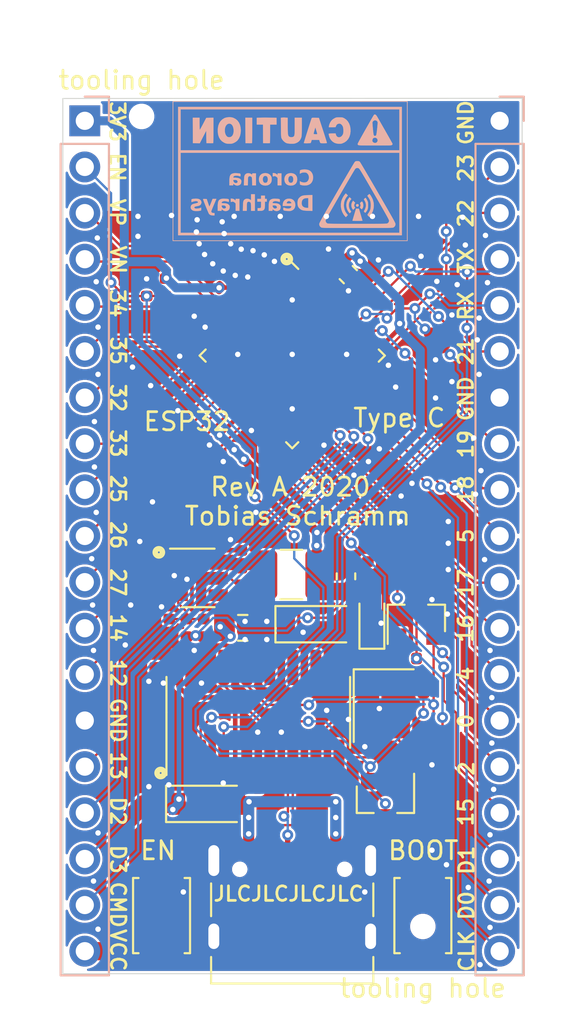
<source format=kicad_pcb>
(kicad_pcb (version 20171130) (host pcbnew 5.1.5)
  (layers (0 F.Cu signal) (31 B.Cu signal) (34 B.Paste user) (35 F.Paste user) (36 B.SilkS user) (37 F.SilkS user) (38 B.Mask user) (39 F.Mask user) (44 Edge.Cuts user))
  (net 0 "")
  (net 1 "Net-(C1-Pad2)")
  (net 2 "Net-(C1-Pad1)")
  (net 3 GND)
  (net 4 "Net-(C2-Pad1)")
  (net 5 VCC)
  (net 6 "Net-(C4-Pad1)")
  (net 7 "Net-(C5-Pad1)")
  (net 8 +3V3)
  (net 9 VBUS)
  (net 10 "Net-(C9-Pad2)")
  (net 11 /EN)
  (net 12 /IO0)
  (net 13 "Net-(D3-Pad2)")
  (net 14 "Net-(J1-PadB5)")
  (net 15 "Net-(J1-PadA6)")
  (net 16 "Net-(J1-PadA8)")
  (net 17 "Net-(J1-PadA5)")
  (net 18 "Net-(J1-PadB8)")
  (net 19 "Net-(J1-PadA7)")
  (net 20 /CMD)
  (net 21 /SD3)
  (net 22 /SD2)
  (net 23 /IO13)
  (net 24 /IO12)
  (net 25 /IO14)
  (net 26 /IO27)
  (net 27 /IO26)
  (net 28 /IO25)
  (net 29 /IO33)
  (net 30 /IO32)
  (net 31 /IO35)
  (net 32 /IO34)
  (net 33 /VN)
  (net 34 /VP)
  (net 35 /CLK)
  (net 36 /SD0)
  (net 37 /SD1)
  (net 38 /IO15)
  (net 39 /IO2)
  (net 40 /IO4)
  (net 41 /IO16)
  (net 42 /IO17)
  (net 43 /IO5)
  (net 44 /IO18)
  (net 45 /IO19)
  (net 46 /IO21)
  (net 47 /RXD)
  (net 48 /TXD)
  (net 49 /IO22)
  (net 50 /IO23)
  (net 51 "Net-(Q1-Pad2)")
  (net 52 "Net-(Q1-Pad1)")
  (net 53 "Net-(Q2-Pad2)")
  (net 54 "Net-(Q2-Pad1)")
  (net 55 "Net-(R1-Pad2)")
  (net 56 "Net-(R4-Pad2)")
  (net 57 "Net-(U2-Pad12)")
  (net 58 "Net-(U2-Pad11)")
  (net 59 "Net-(U2-Pad10)")
  (net 60 "Net-(U2-Pad9)")
  (net 61 "Net-(U3-Pad48)")
  (net 62 "Net-(U3-Pad47)")
  (net 63 "Net-(U3-Pad45)")
  (net 64 "Net-(U3-Pad44)")
  (net 65 "Net-(U3-Pad26)")
  (net 66 "Net-(U3-Pad7)")
  (net 67 "Net-(U3-Pad6)")
  (net 68 "Net-(AE1-Pad1)")
  (module ToolingHole:ToolingHole_JLCSMT (layer F.Cu) (at 107.2 121.5)
    (fp_text reference H2 hide)
    (fp_text value MountingHole)
    (fp_text user "tooling hole" (at 0 3.4) (layer F.SilkS))
    (pad "" np_thru_hole circle (at 0 0) (size 1.152 1.152) (drill 1.152) (layers *.Cu *.Mask))
  )
  (module ToolingHole:ToolingHole_JLCSMT (layer F.Cu) (at 91.7 76.9)
    (fp_text reference H1 hide)
    (fp_text value MountingHole)
    (fp_text user "tooling hole" (at 0 -2) (layer F.SilkS))
    (pad "" np_thru_hole circle (at 0 0) (size 1.152 1.152) (drill 1.152) (layers *.Cu *.Mask))
  )
  (module Signs:Danger_RF_Corona (layer B.Cu) (at 99.9 79.9 180)
    (fp_text reference I1 hide)
    (fp_text value Icon hide)
  )
  (module Antenna_IFA:Antenna_IFA_2.4GHz_meandered (layer F.Cu) (at 92.4 82.1)
    (fp_text reference AE1 hide)
    (fp_text value Antenna_Shield)
    (fp_poly (pts (xy 5.5 -2.26) (xy 7.5 -2.26) (xy 7.5 -4.9) (xy 10.2 -4.9) (xy 10.2 -2.26) (xy 12.2 -2.26) (xy 12.2 -4.9) (xy 14.9 -4.9) (xy 14.89 -0.46) (xy 14.4 -0.46) (xy 14.4 -4.4) (xy 12.7 -4.4) (xy 12.7 -1.76) (xy 9.7 -1.76) (xy 9.7 -4.4) (xy 8 -4.4) (xy 8 -1.76) (xy 5 -1.76) (xy 5 -4.4) (xy 3.3 -4.4) (xy 3.3 0) (xy 2.8 0) (xy 2.8 -4.4) (xy 1.4 -4.4) (xy 1.4 -0.5) (xy 0.5 -0.5) (xy 0.5 -4.9) (xy 5.5 -4.9)) (layer F.Cu) (width 0))
    (pad 2 smd rect (at 0.95 0) (size 0.9 1) (layers F.Cu) (net 3 GND))
    (pad 2 smd rect (at 0.95 0.25) (size 0.9 0.5) (layers B.Cu) (net 3 GND))
    (pad 1 smd rect (at 3.05 0.25) (size 0.5 0.5) (layers F.Cu) (net 68 "Net-(AE1-Pad1)"))
    (pad 2 thru_hole circle (at 0.95 0.25) (size 0.5 0.5) (drill 0.3) (layers *.Cu) (net 3 GND))
  )
  (module Crystal:Crystal_SMD_3225-4Pin_3.2x2.5mm (layer F.Cu) (at 105.04 109.34 270)
    (fp_text reference Y1 hide)
    (fp_text value Crystal_GND24)
    (pad 4 smd rect (at -1.1 -0.85 270) (size 1.4 1.2) (layers F.Cu F.Paste F.Mask) (net 3 GND))
    (pad 3 smd rect (at 1.1 -0.85 270) (size 1.4 1.2) (layers F.Cu F.Paste F.Mask) (net 6 "Net-(C4-Pad1)"))
    (pad 2 smd rect (at 1.1 0.85 270) (size 1.4 1.2) (layers F.Cu F.Paste F.Mask) (net 3 GND))
    (pad 1 smd rect (at -1.1 0.85 270) (size 1.4 1.2) (layers F.Cu F.Paste F.Mask) (net 4 "Net-(C2-Pad1)"))
  )
  (module Package_SO:SOIC-16_3.9x9.9mm_P1.27mm (layer F.Cu) (at 98.13 109.71 90)
    (fp_text reference U2 hide)
    (fp_text value CH340G)
    (pad 16 smd roundrect (at 2.475 -4.445 90) (size 1.95 0.6) (layers F.Cu F.Paste F.Mask) (net 9 VBUS))
    (pad 15 smd roundrect (at 2.475 -3.175 90) (size 1.95 0.6) (layers F.Cu F.Paste F.Mask) (net 3 GND))
    (pad 14 smd roundrect (at 2.475 -1.905 90) (size 1.95 0.6) (layers F.Cu F.Paste F.Mask) (net 51 "Net-(Q1-Pad2)"))
    (pad 13 smd roundrect (at 2.475 -0.635 90) (size 1.95 0.6) (layers F.Cu F.Paste F.Mask) (net 53 "Net-(Q2-Pad2)"))
    (pad 12 smd roundrect (at 2.475 0.635 90) (size 1.95 0.6) (layers F.Cu F.Paste F.Mask) (net 57 "Net-(U2-Pad12)"))
    (pad 11 smd roundrect (at 2.475 1.905 90) (size 1.95 0.6) (layers F.Cu F.Paste F.Mask) (net 58 "Net-(U2-Pad11)"))
    (pad 10 smd roundrect (at 2.475 3.175 90) (size 1.95 0.6) (layers F.Cu F.Paste F.Mask) (net 59 "Net-(U2-Pad10)"))
    (pad 9 smd roundrect (at 2.475 4.445 90) (size 1.95 0.6) (layers F.Cu F.Paste F.Mask) (net 60 "Net-(U2-Pad9)"))
    (pad 8 smd roundrect (at -2.475 4.445 90) (size 1.95 0.6) (layers F.Cu F.Paste F.Mask) (net 6 "Net-(C4-Pad1)"))
    (pad 7 smd roundrect (at -2.475 3.175 90) (size 1.95 0.6) (layers F.Cu F.Paste F.Mask) (net 4 "Net-(C2-Pad1)"))
    (pad 6 smd roundrect (at -2.475 1.905 90) (size 1.95 0.6) (layers F.Cu F.Paste F.Mask) (net 19 "Net-(J1-PadA7)"))
    (pad 5 smd roundrect (at -2.475 0.635 90) (size 1.95 0.6) (layers F.Cu F.Paste F.Mask) (net 15 "Net-(J1-PadA6)"))
    (pad 4 smd roundrect (at -2.475 -0.635 90) (size 1.95 0.6) (layers F.Cu F.Paste F.Mask) (net 7 "Net-(C5-Pad1)"))
    (pad 3 smd roundrect (at -2.475 -1.905 90) (size 1.95 0.6) (layers F.Cu F.Paste F.Mask) (net 48 /TXD))
    (pad 2 smd roundrect (at -2.475 -3.175 90) (size 1.95 0.6) (layers F.Cu F.Paste F.Mask) (net 56 "Net-(R4-Pad2)"))
    (pad 1 smd roundrect (at -2.475 -4.445 90) (size 1.95 0.6) (layers F.Cu F.Paste F.Mask) (net 3 GND))
  )
  (module Package_TO_SOT_SMD:SOT-23-6 (layer F.Cu) (at 94.82 102.307)
    (fp_text reference U1 hide)
    (fp_text value MP2451)
    (pad 5 smd rect (at 1.1 0) (size 1.06 0.65) (layers F.Cu F.Paste F.Mask) (net 5 VCC))
    (pad 6 smd rect (at 1.1 -0.95) (size 1.06 0.65) (layers F.Cu F.Paste F.Mask) (net 2 "Net-(C1-Pad1)"))
    (pad 4 smd rect (at 1.1 0.95) (size 1.06 0.65) (layers F.Cu F.Paste F.Mask) (net 55 "Net-(R1-Pad2)"))
    (pad 3 smd rect (at -1.1 0.95) (size 1.06 0.65) (layers F.Cu F.Paste F.Mask) (net 10 "Net-(C9-Pad2)"))
    (pad 2 smd rect (at -1.1 0) (size 1.06 0.65) (layers F.Cu F.Paste F.Mask) (net 3 GND))
    (pad 1 smd rect (at -1.1 -0.95) (size 1.06 0.65) (layers F.Cu F.Paste F.Mask) (net 1 "Net-(C1-Pad2)"))
  )
  (module Button_Switch_SMD:SW_Push_SPST_NO_Alps_SKRK (layer F.Cu) (at 107.2 120.9 270)
    (fp_text reference SW2 hide)
    (fp_text value BOOT)
    (pad 1 smd roundrect (at -2.1 0 270) (size 0.8 2) (layers F.Cu F.Paste F.Mask) (net 12 /IO0))
    (pad 2 smd roundrect (at 2.1 0 270) (size 0.8 2) (layers F.Cu F.Paste F.Mask) (net 3 GND))
  )
  (module Button_Switch_SMD:SW_Push_SPST_NO_Alps_SKRK (layer F.Cu) (at 92.8 120.9 270)
    (fp_text reference SW1 hide)
    (fp_text value EN)
    (pad 1 smd roundrect (at -2.1 0 270) (size 0.8 2) (layers F.Cu F.Paste F.Mask) (net 11 /EN))
    (pad 2 smd roundrect (at 2.1 0 270) (size 0.8 2) (layers F.Cu F.Paste F.Mask) (net 3 GND))
  )
  (module Resistor_SMD:R_0402_1005Metric (layer F.Cu) (at 93.023 86.308 90)
    (fp_text reference R10 hide)
    (fp_text value "10 kR")
    (pad 2 smd roundrect (at 0.485 0 90) (size 0.59 0.64) (layers F.Cu F.Paste F.Mask) (net 8 +3V3))
    (pad 1 smd roundrect (at -0.485 0 90) (size 0.59 0.64) (layers F.Cu F.Paste F.Mask) (net 11 /EN))
  )
  (module Resistor_SMD:R_0402_1005Metric (layer F.Cu) (at 104.17 101.892 270)
    (fp_text reference R9 hide)
    (fp_text value "1 kR")
    (pad 2 smd roundrect (at 0.485 0 270) (size 0.59 0.64) (layers F.Cu F.Paste F.Mask) (net 13 "Net-(D3-Pad2)"))
    (pad 1 smd roundrect (at -0.485 0 270) (size 0.59 0.64) (layers F.Cu F.Paste F.Mask) (net 8 +3V3))
  )
  (module Resistor_SMD:R_0402_1005Metric (layer F.Cu) (at 107.229 108.159 270)
    (fp_text reference R8 hide)
    (fp_text value "10 kR")
    (pad 2 smd roundrect (at 0.485 0 270) (size 0.59 0.64) (layers F.Cu F.Paste F.Mask) (net 51 "Net-(Q1-Pad2)"))
    (pad 1 smd roundrect (at -0.485 0 270) (size 0.59 0.64) (layers F.Cu F.Paste F.Mask) (net 54 "Net-(Q2-Pad1)"))
  )
  (module Resistor_SMD:R_0402_1005Metric (layer F.Cu) (at 107.231 111.442 90)
    (fp_text reference R7 hide)
    (fp_text value "10 kR")
    (pad 2 smd roundrect (at 0.485 0 90) (size 0.59 0.64) (layers F.Cu F.Paste F.Mask) (net 53 "Net-(Q2-Pad2)"))
    (pad 1 smd roundrect (at -0.485 0 90) (size 0.59 0.64) (layers F.Cu F.Paste F.Mask) (net 52 "Net-(Q1-Pad1)"))
  )
  (module Resistor_SMD:R_0402_1005Metric (layer F.Cu) (at 93.225 105.057 270)
    (fp_text reference R6 hide)
    (fp_text value "39 kR")
    (pad 2 smd roundrect (at 0.485 0 270) (size 0.59 0.64) (layers F.Cu F.Paste F.Mask) (net 3 GND))
    (pad 1 smd roundrect (at -0.485 0 270) (size 0.59 0.64) (layers F.Cu F.Paste F.Mask) (net 10 "Net-(C9-Pad2)"))
  )
  (module Resistor_SMD:R_0402_1005Metric (layer F.Cu) (at 95.125 105.057 90)
    (fp_text reference R5 hide)
    (fp_text value "120 kR")
    (pad 2 smd roundrect (at 0.485 0 90) (size 0.59 0.64) (layers F.Cu F.Paste F.Mask) (net 10 "Net-(C9-Pad2)"))
    (pad 1 smd roundrect (at -0.485 0 90) (size 0.59 0.64) (layers F.Cu F.Paste F.Mask) (net 8 +3V3))
  )
  (module Resistor_SMD:R_0402_1005Metric (layer F.Cu) (at 107.975053 89.232053 315)
    (fp_text reference R4 hide)
    (fp_text value "330 R")
    (pad 2 smd roundrect (at 0.485 0 315) (size 0.59 0.64) (layers F.Cu F.Paste F.Mask) (net 56 "Net-(R4-Pad2)"))
    (pad 1 smd roundrect (at -0.485 0 315) (size 0.59 0.64) (layers F.Cu F.Paste F.Mask) (net 47 /RXD))
  )
  (module Resistor_SMD:R_0402_1005Metric (layer F.Cu) (at 101.6 115.28 270)
    (fp_text reference R3 hide)
    (fp_text value "5.1 kR")
    (pad 2 smd roundrect (at 0.485 0 270) (size 0.59 0.64) (layers F.Cu F.Paste F.Mask) (net 14 "Net-(J1-PadB5)"))
    (pad 1 smd roundrect (at -0.485 0 270) (size 0.59 0.64) (layers F.Cu F.Paste F.Mask) (net 3 GND))
  )
  (module Resistor_SMD:R_0402_1005Metric (layer F.Cu) (at 98.75 115.28 90)
    (fp_text reference R2 hide)
    (fp_text value "5.1 kR")
    (pad 2 smd roundrect (at 0.485 0 90) (size 0.59 0.64) (layers F.Cu F.Paste F.Mask) (net 3 GND))
    (pad 1 smd roundrect (at -0.485 0 90) (size 0.59 0.64) (layers F.Cu F.Paste F.Mask) (net 17 "Net-(J1-PadA5)"))
  )
  (module Resistor_SMD:R_0402_1005Metric (layer F.Cu) (at 97.199 103.173 270)
    (fp_text reference R1 hide)
    (fp_text value "10 kR")
    (pad 2 smd roundrect (at 0.485 0 270) (size 0.59 0.64) (layers F.Cu F.Paste F.Mask) (net 55 "Net-(R1-Pad2)"))
    (pad 1 smd roundrect (at -0.485 0 270) (size 0.59 0.64) (layers F.Cu F.Paste F.Mask) (net 5 VCC))
  )
  (module Package_TO_SOT_SMD:SOT-23 (layer F.Cu) (at 106.841 104.542 90)
    (fp_text reference Q2 hide)
    (fp_text value SS8050)
    (pad 3 smd rect (at 1 0 90) (size 0.9 0.8) (layers F.Cu F.Paste F.Mask) (net 12 /IO0))
    (pad 2 smd rect (at -1 0.95 90) (size 0.9 0.8) (layers F.Cu F.Paste F.Mask) (net 53 "Net-(Q2-Pad2)"))
    (pad 1 smd rect (at -1 -0.95 90) (size 0.9 0.8) (layers F.Cu F.Paste F.Mask) (net 54 "Net-(Q2-Pad1)"))
  )
  (module Package_TO_SOT_SMD:SOT-23 (layer F.Cu) (at 105.137 114.491 270)
    (fp_text reference Q1 hide)
    (fp_text value SS8050)
    (pad 3 smd rect (at 1 0 270) (size 0.9 0.8) (layers F.Cu F.Paste F.Mask) (net 11 /EN))
    (pad 2 smd rect (at -1 0.95 270) (size 0.9 0.8) (layers F.Cu F.Paste F.Mask) (net 51 "Net-(Q1-Pad2)"))
    (pad 1 smd rect (at -1 -0.95 270) (size 0.9 0.8) (layers F.Cu F.Paste F.Mask) (net 52 "Net-(Q1-Pad1)"))
  )
  (module Inductor_SMD:L_1210_3225Metric (layer F.Cu) (at 99.952 102.118)
    (fp_text reference L1 hide)
    (fp_text value "2.2 uH")
    (pad 2 smd roundrect (at 1.4 0) (size 1.25 2.65) (layers F.Cu F.Paste F.Mask) (roundrect_rratio 0.2) (net 8 +3V3))
    (pad 1 smd roundrect (at -1.4 0) (size 1.25 2.65) (layers F.Cu F.Paste F.Mask) (roundrect_rratio 0.2) (net 2 "Net-(C1-Pad1)"))
  )
  (module Connector_USB:USB_C_Receptacle_Palconn_UTC16-G (layer F.Cu) (at 100 119.8)
    (fp_text reference J1 hide)
    (fp_text value USB_C_Receptacle_USB2.0)
    (pad A12 smd rect (at 3.2 -2.51) (size 0.6 1.16) (layers F.Cu F.Paste F.Mask) (net 3 GND))
    (pad A9 smd rect (at 2.4 -2.51) (size 0.6 1.16) (layers F.Cu F.Paste F.Mask) (net 9 VBUS))
    (pad B1 smd rect (at 3.2 -2.51) (size 0.6 1.16) (layers F.Cu F.Paste F.Mask) (net 3 GND))
    (pad B4 smd rect (at 2.4 -2.51) (size 0.6 1.16) (layers F.Cu F.Paste F.Mask) (net 9 VBUS))
    (pad B12 smd rect (at -3.2 -2.51) (size 0.6 1.16) (layers F.Cu F.Paste F.Mask) (net 3 GND))
    (pad A1 smd rect (at -3.2 -2.51) (size 0.6 1.16) (layers F.Cu F.Paste F.Mask) (net 3 GND))
    (pad B9 smd rect (at -2.4 -2.51) (size 0.6 1.16) (layers F.Cu F.Paste F.Mask) (net 9 VBUS))
    (pad A4 smd rect (at -2.4 -2.51) (size 0.6 1.16) (layers F.Cu F.Paste F.Mask) (net 9 VBUS))
    (pad "" np_thru_hole circle (at -2.89 -1.45 180) (size 0.6 0.6) (drill 0.6) (layers *.Cu *.Mask))
    (pad "" np_thru_hole circle (at 2.89 -1.45 180) (size 0.6 0.6) (drill 0.6) (layers *.Cu *.Mask))
    (pad B5 smd rect (at 1.75 -2.51 180) (size 0.3 1.16) (layers F.Cu F.Paste F.Mask) (net 14 "Net-(J1-PadB5)"))
    (pad B6 smd rect (at 0.75 -2.51 180) (size 0.3 1.16) (layers F.Cu F.Paste F.Mask) (net 15 "Net-(J1-PadA6)"))
    (pad A8 smd rect (at 1.25 -2.51 180) (size 0.3 1.16) (layers F.Cu F.Paste F.Mask) (net 16 "Net-(J1-PadA8)"))
    (pad A5 smd rect (at -1.25 -2.51 180) (size 0.3 1.16) (layers F.Cu F.Paste F.Mask) (net 17 "Net-(J1-PadA5)"))
    (pad B8 smd rect (at -1.75 -2.51 180) (size 0.3 1.16) (layers F.Cu F.Paste F.Mask) (net 18 "Net-(J1-PadB8)"))
    (pad A7 smd rect (at 0.25 -2.51 180) (size 0.3 1.16) (layers F.Cu F.Paste F.Mask) (net 19 "Net-(J1-PadA7)"))
    (pad A6 smd rect (at -0.25 -2.51 180) (size 0.3 1.16) (layers F.Cu F.Paste F.Mask) (net 15 "Net-(J1-PadA6)"))
    (pad B7 smd rect (at -0.75 -2.51 180) (size 0.3 1.16) (layers F.Cu F.Paste F.Mask) (net 19 "Net-(J1-PadA7)"))
    (pad S1 thru_hole oval (at 4.32 2.24 90) (size 1.7 0.9) (drill oval 1.4 0.6) (layers *.Cu *.Mask) (net 3 GND))
    (pad S1 thru_hole oval (at -4.32 2.24 90) (size 1.7 0.9) (drill oval 1.4 0.6) (layers *.Cu *.Mask) (net 3 GND))
    (pad S1 thru_hole oval (at 4.32 -1.93 90) (size 2 0.9) (drill oval 1.7 0.6) (layers *.Cu *.Mask) (net 3 GND))
    (pad S1 thru_hole oval (at -4.32 -1.93 90) (size 2 0.9) (drill oval 1.7 0.6) (layers *.Cu *.Mask) (net 3 GND))
  )
  (module LED_SMD:LED_0603_1608Metric_Castellated (layer F.Cu) (at 104.39 104.522 90)
    (fp_text reference D3 hide)
    (fp_text value LED)
    (pad 2 smd roundrect (at 0.8125 0 90) (size 1.225 0.85) (layers F.Cu F.Paste F.Mask) (net 13 "Net-(D3-Pad2)"))
    (pad 1 smd roundrect (at -0.8125 0 90) (size 1.225 0.85) (layers F.Cu F.Paste F.Mask) (net 3 GND))
  )
  (module Diode_SMD:D_SOD-123 (layer F.Cu) (at 101.325 104.857)
    (fp_text reference D2 hide)
    (fp_text value B5819W)
    (pad 2 smd rect (at 1.65 0) (size 0.9 1.2) (layers F.Cu F.Paste F.Mask) (net 3 GND))
    (pad 1 smd rect (at -1.65 0) (size 0.9 1.2) (layers F.Cu F.Paste F.Mask) (net 2 "Net-(C1-Pad1)"))
  )
  (module Diode_SMD:D_SOD-123 (layer F.Cu) (at 95.3 114.75)
    (fp_text reference D1 hide)
    (fp_text value B5819W)
    (pad 2 smd rect (at 1.65 0) (size 0.9 1.2) (layers F.Cu F.Paste F.Mask) (net 9 VBUS))
    (pad 1 smd rect (at -1.65 0) (size 0.9 1.2) (layers F.Cu F.Paste F.Mask) (net 5 VCC))
  )
  (module Capacitor_SMD:C_0402_1005Metric (layer F.Cu) (at 95.64 85.98 315)
    (fp_text reference C14 hide)
    (fp_text value "100 nF")
    (pad 2 smd roundrect (at 0.485 0 315) (size 0.59 0.64) (layers F.Cu F.Paste F.Mask) (net 8 +3V3))
    (pad 1 smd roundrect (at -0.485 0 315) (size 0.59 0.64) (layers F.Cu F.Paste F.Mask) (net 3 GND))
  )
  (module Capacitor_SMD:C_0603_1608Metric (layer F.Cu) (at 103.09 85.61 315)
    (fp_text reference C13 hide)
    (fp_text value "22 uF")
    (pad 2 smd roundrect (at 0.7875 0 315) (size 0.875 0.95) (layers F.Cu F.Paste F.Mask) (net 3 GND))
    (pad 1 smd roundrect (at -0.7875 0 315) (size 0.875 0.95) (layers F.Cu F.Paste F.Mask) (net 8 +3V3))
  )
  (module Capacitor_SMD:C_0402_1005Metric (layer F.Cu) (at 91.981 86.304 90)
    (fp_text reference C12 hide)
    (fp_text value "100 nF")
    (pad 2 smd roundrect (at 0.485 0 90) (size 0.59 0.64) (layers F.Cu F.Paste F.Mask) (net 3 GND))
    (pad 1 smd roundrect (at -0.485 0 90) (size 0.59 0.64) (layers F.Cu F.Paste F.Mask) (net 11 /EN))
  )
  (module Capacitor_SMD:C_0402_1005Metric (layer F.Cu) (at 106.365 106.745)
    (fp_text reference C11 hide)
    (fp_text value DNP)
    (pad 2 smd roundrect (at 0.485 0) (size 0.59 0.64) (layers F.Cu F.Paste F.Mask) (net 12 /IO0))
    (pad 1 smd roundrect (at -0.485 0) (size 0.59 0.64) (layers F.Cu F.Paste F.Mask) (net 3 GND))
  )
  (module Capacitor_SMD:C_0402_1005Metric (layer F.Cu) (at 94.018 117.038 270)
    (fp_text reference C10 hide)
    (fp_text value "100 nF")
    (pad 2 smd roundrect (at 0.485 0 270) (size 0.59 0.64) (layers F.Cu F.Paste F.Mask) (net 11 /EN))
    (pad 1 smd roundrect (at -0.485 0 270) (size 0.59 0.64) (layers F.Cu F.Paste F.Mask) (net 3 GND))
  )
  (module Capacitor_SMD:C_0402_1005Metric (layer F.Cu) (at 94.175 105.057 90)
    (fp_text reference C9 hide)
    (fp_text value "33 pF")
    (pad 2 smd roundrect (at 0.485 0 90) (size 0.59 0.64) (layers F.Cu F.Paste F.Mask) (net 10 "Net-(C9-Pad2)"))
    (pad 1 smd roundrect (at -0.485 0 90) (size 0.59 0.64) (layers F.Cu F.Paste F.Mask) (net 8 +3V3))
  )
  (module Capacitor_SMD:C_0603_1608Metric (layer F.Cu) (at 102.963 102.22 90)
    (fp_text reference C8 hide)
    (fp_text value "10 uF")
    (pad 2 smd roundrect (at 0.7875 0 90) (size 0.875 0.95) (layers F.Cu F.Paste F.Mask) (net 3 GND))
    (pad 1 smd roundrect (at -0.7875 0 90) (size 0.875 0.95) (layers F.Cu F.Paste F.Mask) (net 8 +3V3))
  )
  (module Capacitor_SMD:C_0402_1005Metric (layer F.Cu) (at 92.45 107.72 90)
    (fp_text reference C7 hide)
    (fp_text value "100 nF")
    (pad 2 smd roundrect (at 0.485 0 90) (size 0.59 0.64) (layers F.Cu F.Paste F.Mask) (net 9 VBUS))
    (pad 1 smd roundrect (at -0.485 0 90) (size 0.59 0.64) (layers F.Cu F.Paste F.Mask) (net 3 GND))
  )
  (module Capacitor_SMD:C_0402_1005Metric (layer F.Cu) (at 98.58 113.88)
    (fp_text reference C5 hide)
    (fp_text value "100 nF")
    (pad 2 smd roundrect (at 0.485 0) (size 0.59 0.64) (layers F.Cu F.Paste F.Mask) (net 3 GND))
    (pad 1 smd roundrect (at -0.485 0) (size 0.59 0.64) (layers F.Cu F.Paste F.Mask) (net 7 "Net-(C5-Pad1)"))
  )
  (module Capacitor_SMD:C_0402_1005Metric (layer F.Cu) (at 105.81 111.91 180)
    (fp_text reference C4 hide)
    (fp_text value "22 pF")
    (pad 2 smd roundrect (at 0.485 0 180) (size 0.59 0.64) (layers F.Cu F.Paste F.Mask) (net 3 GND))
    (pad 1 smd roundrect (at -0.485 0 180) (size 0.59 0.64) (layers F.Cu F.Paste F.Mask) (net 6 "Net-(C4-Pad1)"))
  )
  (module Capacitor_SMD:C_0805_2012Metric (layer F.Cu) (at 97.275 105.057 180)
    (fp_text reference C3 hide)
    (fp_text value "10 uF")
    (pad 2 smd roundrect (at 0.9375 0 180) (size 0.975 1.4) (layers F.Cu F.Paste F.Mask) (net 5 VCC))
    (pad 1 smd roundrect (at -0.9375 0 180) (size 0.975 1.4) (layers F.Cu F.Paste F.Mask) (net 3 GND))
  )
  (module Capacitor_SMD:C_0402_1005Metric (layer F.Cu) (at 104.26 106.77)
    (fp_text reference C2 hide)
    (fp_text value "22 pF")
    (pad 2 smd roundrect (at 0.485 0) (size 0.59 0.64) (layers F.Cu F.Paste F.Mask) (net 3 GND))
    (pad 1 smd roundrect (at -0.485 0) (size 0.59 0.64) (layers F.Cu F.Paste F.Mask) (net 4 "Net-(C2-Pad1)"))
  )
  (module Capacitor_SMD:C_0402_1005Metric (layer F.Cu) (at 97.2 101.282 90)
    (fp_text reference C1 hide)
    (fp_text value "100 nF")
    (pad 2 smd roundrect (at 0.485 0 90) (size 0.59 0.64) (layers F.Cu F.Paste F.Mask) (net 1 "Net-(C1-Pad2)"))
    (pad 1 smd roundrect (at -0.485 0 90) (size 0.59 0.64) (layers F.Cu F.Paste F.Mask) (net 2 "Net-(C1-Pad1)"))
  )
  (module Package_DFN_QFN:QFN-48-1EP_7x7mm_P0.5mm_EP5.3x5.3mm (layer F.Cu) (at 100 90.066762 315)
    (fp_text reference U3 hide)
    (fp_text value ESP32-PICO-D4)
    (pad 48 smd roundrect (at -2.75 -3.45 315) (size 0.25 0.8) (layers F.Cu F.Paste F.Mask) (net 61 "Net-(U3-Pad48)"))
    (pad 47 smd roundrect (at -2.25 -3.45 315) (size 0.25 0.8) (layers F.Cu F.Paste F.Mask) (net 62 "Net-(U3-Pad47)"))
    (pad 46 smd roundrect (at -1.75 -3.45 315) (size 0.25 0.8) (layers F.Cu F.Paste F.Mask) (net 8 +3V3))
    (pad 45 smd roundrect (at -1.25 -3.45 315) (size 0.25 0.8) (layers F.Cu F.Paste F.Mask) (net 63 "Net-(U3-Pad45)"))
    (pad 44 smd roundrect (at -0.75 -3.45 315) (size 0.25 0.8) (layers F.Cu F.Paste F.Mask) (net 64 "Net-(U3-Pad44)"))
    (pad 43 smd roundrect (at -0.25 -3.45 315) (size 0.25 0.8) (layers F.Cu F.Paste F.Mask) (net 8 +3V3))
    (pad 42 smd roundrect (at 0.25 -3.45 315) (size 0.25 0.8) (layers F.Cu F.Paste F.Mask) (net 46 /IO21))
    (pad 41 smd roundrect (at 0.75 -3.45 315) (size 0.25 0.8) (layers F.Cu F.Paste F.Mask) (net 48 /TXD))
    (pad 40 smd roundrect (at 1.25 -3.45 315) (size 0.25 0.8) (layers F.Cu F.Paste F.Mask) (net 47 /RXD))
    (pad 39 smd roundrect (at 1.75 -3.45 315) (size 0.25 0.8) (layers F.Cu F.Paste F.Mask) (net 49 /IO22))
    (pad 38 smd roundrect (at 2.25 -3.45 315) (size 0.25 0.8) (layers F.Cu F.Paste F.Mask) (net 45 /IO19))
    (pad 37 smd roundrect (at 2.75 -3.45 315) (size 0.25 0.8) (layers F.Cu F.Paste F.Mask) (net 8 +3V3))
    (pad 36 smd roundrect (at 3.45 -2.75 315) (size 0.8 0.25) (layers F.Cu F.Paste F.Mask) (net 50 /IO23))
    (pad 35 smd roundrect (at 3.45 -2.25 315) (size 0.8 0.25) (layers F.Cu F.Paste F.Mask) (net 44 /IO18))
    (pad 34 smd roundrect (at 3.45 -1.75 315) (size 0.8 0.25) (layers F.Cu F.Paste F.Mask) (net 43 /IO5))
    (pad 33 smd roundrect (at 3.45 -1.25 315) (size 0.8 0.25) (layers F.Cu F.Paste F.Mask) (net 37 /SD1))
    (pad 32 smd roundrect (at 3.45 -0.75 315) (size 0.8 0.25) (layers F.Cu F.Paste F.Mask) (net 36 /SD0))
    (pad 31 smd roundrect (at 3.45 -0.25 315) (size 0.8 0.25) (layers F.Cu F.Paste F.Mask) (net 35 /CLK))
    (pad 30 smd roundrect (at 3.45 0.25 315) (size 0.8 0.25) (layers F.Cu F.Paste F.Mask) (net 20 /CMD))
    (pad 29 smd roundrect (at 3.45 0.75 315) (size 0.8 0.25) (layers F.Cu F.Paste F.Mask) (net 21 /SD3))
    (pad 28 smd roundrect (at 3.45 1.25 315) (size 0.8 0.25) (layers F.Cu F.Paste F.Mask) (net 22 /SD2))
    (pad 27 smd roundrect (at 3.45 1.75 315) (size 0.8 0.25) (layers F.Cu F.Paste F.Mask) (net 42 /IO17))
    (pad 26 smd roundrect (at 3.45 2.25 315) (size 0.8 0.25) (layers F.Cu F.Paste F.Mask) (net 65 "Net-(U3-Pad26)"))
    (pad 25 smd roundrect (at 3.45 2.75 315) (size 0.8 0.25) (layers F.Cu F.Paste F.Mask) (net 41 /IO16))
    (pad 24 smd roundrect (at 2.75 3.45 315) (size 0.25 0.8) (layers F.Cu F.Paste F.Mask) (net 40 /IO4))
    (pad 23 smd roundrect (at 2.25 3.45 315) (size 0.25 0.8) (layers F.Cu F.Paste F.Mask) (net 12 /IO0))
    (pad 22 smd roundrect (at 1.75 3.45 315) (size 0.25 0.8) (layers F.Cu F.Paste F.Mask) (net 39 /IO2))
    (pad 21 smd roundrect (at 1.25 3.45 315) (size 0.25 0.8) (layers F.Cu F.Paste F.Mask) (net 38 /IO15))
    (pad 20 smd roundrect (at 0.75 3.45 315) (size 0.25 0.8) (layers F.Cu F.Paste F.Mask) (net 23 /IO13))
    (pad 19 smd roundrect (at 0.25 3.45 315) (size 0.25 0.8) (layers F.Cu F.Paste F.Mask) (net 8 +3V3))
    (pad 18 smd roundrect (at -0.25 3.45 315) (size 0.25 0.8) (layers F.Cu F.Paste F.Mask) (net 24 /IO12))
    (pad 17 smd roundrect (at -0.75 3.45 315) (size 0.25 0.8) (layers F.Cu F.Paste F.Mask) (net 25 /IO14))
    (pad 16 smd roundrect (at -1.25 3.45 315) (size 0.25 0.8) (layers F.Cu F.Paste F.Mask) (net 26 /IO27))
    (pad 15 smd roundrect (at -1.75 3.45 315) (size 0.25 0.8) (layers F.Cu F.Paste F.Mask) (net 27 /IO26))
    (pad 14 smd roundrect (at -2.25 3.45 315) (size 0.25 0.8) (layers F.Cu F.Paste F.Mask) (net 28 /IO25))
    (pad 13 smd roundrect (at -2.75 3.45 315) (size 0.25 0.8) (layers F.Cu F.Paste F.Mask) (net 29 /IO33))
    (pad 12 smd roundrect (at -3.45 2.75 315) (size 0.8 0.25) (layers F.Cu F.Paste F.Mask) (net 30 /IO32))
    (pad 11 smd roundrect (at -3.45 2.25 315) (size 0.8 0.25) (layers F.Cu F.Paste F.Mask) (net 31 /IO35))
    (pad 10 smd roundrect (at -3.45 1.75 315) (size 0.8 0.25) (layers F.Cu F.Paste F.Mask) (net 32 /IO34))
    (pad 9 smd roundrect (at -3.45 1.25 315) (size 0.8 0.25) (layers F.Cu F.Paste F.Mask) (net 11 /EN))
    (pad 8 smd roundrect (at -3.45 0.75 315) (size 0.8 0.25) (layers F.Cu F.Paste F.Mask) (net 33 /VN))
    (pad 7 smd roundrect (at -3.45 0.25 315) (size 0.8 0.25) (layers F.Cu F.Paste F.Mask) (net 66 "Net-(U3-Pad7)"))
    (pad 6 smd roundrect (at -3.45 -0.25 315) (size 0.8 0.25) (layers F.Cu F.Paste F.Mask) (net 67 "Net-(U3-Pad6)"))
    (pad 5 smd roundrect (at -3.45 -0.75 315) (size 0.8 0.25) (layers F.Cu F.Paste F.Mask) (net 34 /VP))
    (pad 4 smd roundrect (at -3.45 -1.25 315) (size 0.8 0.25) (layers F.Cu F.Paste F.Mask) (net 8 +3V3))
    (pad 3 smd roundrect (at -3.45 -1.75 315) (size 0.8 0.25) (layers F.Cu F.Paste F.Mask) (net 8 +3V3))
    (pad 2 smd roundrect (at -3.45 -2.25 315) (size 0.8 0.25) (layers F.Cu F.Paste F.Mask) (net 68 "Net-(AE1-Pad1)"))
    (pad 1 smd roundrect (at -3.45 -2.75 315) (size 0.8 0.25) (layers F.Cu F.Paste F.Mask) (net 8 +3V3))
    (pad 49 smd roundrect (at 0 0 315) (size 5.3 5.3) (layers F.Cu F.Mask) (roundrect_rratio 0.04717) (net 3 GND))
  )
  (module Connector_PinHeader_2.54mm:PinHeader_1x19_P2.54mm_Vertical (layer B.Cu) (at 111.43 77.14 180)
    (fp_text reference J3 hide)
    (fp_text value Conn_01x19)
    (pad 19 thru_hole oval (at 0 -45.72 180) (size 1.7 1.7) (drill 1) (layers *.Cu *.Mask) (net 35 /CLK))
    (pad 18 thru_hole oval (at 0 -43.18 180) (size 1.7 1.7) (drill 1) (layers *.Cu *.Mask) (net 36 /SD0))
    (pad 17 thru_hole oval (at 0 -40.64 180) (size 1.7 1.7) (drill 1) (layers *.Cu *.Mask) (net 37 /SD1))
    (pad 16 thru_hole oval (at 0 -38.1 180) (size 1.7 1.7) (drill 1) (layers *.Cu *.Mask) (net 38 /IO15))
    (pad 15 thru_hole oval (at 0 -35.56 180) (size 1.7 1.7) (drill 1) (layers *.Cu *.Mask) (net 39 /IO2))
    (pad 14 thru_hole oval (at 0 -33.02 180) (size 1.7 1.7) (drill 1) (layers *.Cu *.Mask) (net 12 /IO0))
    (pad 13 thru_hole oval (at 0 -30.48 180) (size 1.7 1.7) (drill 1) (layers *.Cu *.Mask) (net 40 /IO4))
    (pad 12 thru_hole oval (at 0 -27.94 180) (size 1.7 1.7) (drill 1) (layers *.Cu *.Mask) (net 41 /IO16))
    (pad 11 thru_hole oval (at 0 -25.4 180) (size 1.7 1.7) (drill 1) (layers *.Cu *.Mask) (net 42 /IO17))
    (pad 10 thru_hole oval (at 0 -22.86 180) (size 1.7 1.7) (drill 1) (layers *.Cu *.Mask) (net 43 /IO5))
    (pad 9 thru_hole oval (at 0 -20.32 180) (size 1.7 1.7) (drill 1) (layers *.Cu *.Mask) (net 44 /IO18))
    (pad 8 thru_hole oval (at 0 -17.78 180) (size 1.7 1.7) (drill 1) (layers *.Cu *.Mask) (net 45 /IO19))
    (pad 7 thru_hole oval (at 0 -15.24 180) (size 1.7 1.7) (drill 1) (layers *.Cu *.Mask) (net 3 GND))
    (pad 6 thru_hole oval (at 0 -12.7 180) (size 1.7 1.7) (drill 1) (layers *.Cu *.Mask) (net 46 /IO21))
    (pad 5 thru_hole oval (at 0 -10.16 180) (size 1.7 1.7) (drill 1) (layers *.Cu *.Mask) (net 47 /RXD))
    (pad 4 thru_hole oval (at 0 -7.62 180) (size 1.7 1.7) (drill 1) (layers *.Cu *.Mask) (net 48 /TXD))
    (pad 3 thru_hole oval (at 0 -5.08 180) (size 1.7 1.7) (drill 1) (layers *.Cu *.Mask) (net 49 /IO22))
    (pad 2 thru_hole oval (at 0 -2.54 180) (size 1.7 1.7) (drill 1) (layers *.Cu *.Mask) (net 50 /IO23))
    (pad 1 thru_hole rect (at 0 0 180) (size 1.7 1.7) (drill 1) (layers *.Cu *.Mask) (net 3 GND))
  )
  (module Connector_PinHeader_2.54mm:PinHeader_1x19_P2.54mm_Vertical (layer B.Cu) (at 88.57 77.14 180)
    (fp_text reference J2 hide)
    (fp_text value Conn_01x19)
    (pad 19 thru_hole oval (at 0 -45.72 180) (size 1.7 1.7) (drill 1) (layers *.Cu *.Mask) (net 5 VCC))
    (pad 18 thru_hole oval (at 0 -43.18 180) (size 1.7 1.7) (drill 1) (layers *.Cu *.Mask) (net 20 /CMD))
    (pad 17 thru_hole oval (at 0 -40.64 180) (size 1.7 1.7) (drill 1) (layers *.Cu *.Mask) (net 21 /SD3))
    (pad 16 thru_hole oval (at 0 -38.1 180) (size 1.7 1.7) (drill 1) (layers *.Cu *.Mask) (net 22 /SD2))
    (pad 15 thru_hole oval (at 0 -35.56 180) (size 1.7 1.7) (drill 1) (layers *.Cu *.Mask) (net 23 /IO13))
    (pad 14 thru_hole oval (at 0 -33.02 180) (size 1.7 1.7) (drill 1) (layers *.Cu *.Mask) (net 3 GND))
    (pad 13 thru_hole oval (at 0 -30.48 180) (size 1.7 1.7) (drill 1) (layers *.Cu *.Mask) (net 24 /IO12))
    (pad 12 thru_hole oval (at 0 -27.94 180) (size 1.7 1.7) (drill 1) (layers *.Cu *.Mask) (net 25 /IO14))
    (pad 11 thru_hole oval (at 0 -25.4 180) (size 1.7 1.7) (drill 1) (layers *.Cu *.Mask) (net 26 /IO27))
    (pad 10 thru_hole oval (at 0 -22.86 180) (size 1.7 1.7) (drill 1) (layers *.Cu *.Mask) (net 27 /IO26))
    (pad 9 thru_hole oval (at 0 -20.32 180) (size 1.7 1.7) (drill 1) (layers *.Cu *.Mask) (net 28 /IO25))
    (pad 8 thru_hole oval (at 0 -17.78 180) (size 1.7 1.7) (drill 1) (layers *.Cu *.Mask) (net 29 /IO33))
    (pad 7 thru_hole oval (at 0 -15.24 180) (size 1.7 1.7) (drill 1) (layers *.Cu *.Mask) (net 30 /IO32))
    (pad 6 thru_hole oval (at 0 -12.7 180) (size 1.7 1.7) (drill 1) (layers *.Cu *.Mask) (net 31 /IO35))
    (pad 5 thru_hole oval (at 0 -10.16 180) (size 1.7 1.7) (drill 1) (layers *.Cu *.Mask) (net 32 /IO34))
    (pad 4 thru_hole oval (at 0 -7.62 180) (size 1.7 1.7) (drill 1) (layers *.Cu *.Mask) (net 33 /VN))
    (pad 3 thru_hole oval (at 0 -5.08 180) (size 1.7 1.7) (drill 1) (layers *.Cu *.Mask) (net 34 /VP))
    (pad 2 thru_hole oval (at 0 -2.54 180) (size 1.7 1.7) (drill 1) (layers *.Cu *.Mask) (net 11 /EN))
    (pad 1 thru_hole rect (at 0 0 180) (size 1.7 1.7) (drill 1) (layers *.Cu *.Mask) (net 8 +3V3))
  )
  (gr_text "Type C" (at 105.9 93.5) (layer F.SilkS) (effects (font (size 1 1))))
  (gr_text "Tobias Schramm" (at 100.3 98.9) (layer F.SilkS) (effects (font (size 1 1))))
  (gr_text "Rev A 2020" (at 99.9 97.3) (layer F.SilkS) (effects (font (size 1 1))))
  (gr_circle (center 92.75 113.05) (end 92.8 113.05) (layer F.SilkS) (width 0.3))
  (gr_circle (center 92.65 100.9) (end 92.7 100.9) (layer F.SilkS) (width 0.3))
  (gr_circle (center 99.7 84.75) (end 99.75 84.75) (layer F.SilkS) (width 0.3))
  (gr_text JLCJLCJLCJLC (at 99.8 119.7) (layer F.SilkS) (effects (font (size 0.8 0.8))))
  (gr_text ESP32 (at 94.2 93.7) (layer F.SilkS) (effects (font (size 1 1))))
  (gr_text 16 (at 109.57 105.09 90) (layer F.SilkS) (effects (font (size 0.8 0.8))))
  (gr_text 17 (at 109.57 102.59 90) (layer F.SilkS) (effects (font (size 0.8 0.8))))
  (gr_text 23 (at 109.57 79.74 90) (layer F.SilkS) (effects (font (size 0.8 0.8))))
  (gr_text TX (at 109.57 84.84 90) (layer F.SilkS) (effects (font (size 0.8 0.8))))
  (gr_text GND (at 109.57 77.24 90) (layer F.SilkS) (effects (font (size 0.8 0.8))))
  (gr_text GND (at 109.57 92.44 90) (layer F.SilkS) (effects (font (size 0.8 0.8))))
  (gr_text D0 (at 109.61 120.35 90) (layer F.SilkS) (effects (font (size 0.8 0.8))))
  (gr_text 5 (at 109.57 99.99 90) (layer F.SilkS) (effects (font (size 0.8 0.8))))
  (gr_text D1 (at 109.61 117.85 90) (layer F.SilkS) (effects (font (size 0.8 0.8))))
  (gr_text RX (at 109.57 87.34 90) (layer F.SilkS) (effects (font (size 0.8 0.8))))
  (gr_text 22 (at 109.57 82.24 90) (layer F.SilkS) (effects (font (size 0.8 0.8))))
  (gr_text 21 (at 109.57 89.84 90) (layer F.SilkS) (effects (font (size 0.8 0.8))))
  (gr_text 2 (at 109.61 112.8 90) (layer F.SilkS) (effects (font (size 0.8 0.8))))
  (gr_text 18 (at 109.57 97.44 90) (layer F.SilkS) (effects (font (size 0.8 0.8))))
  (gr_text 19 (at 109.57 94.94 90) (layer F.SilkS) (effects (font (size 0.8 0.8))))
  (gr_text 0 (at 109.57 110.19 90) (layer F.SilkS) (effects (font (size 0.8 0.8))))
  (gr_text CLK (at 109.61 122.85 90) (layer F.SilkS) (effects (font (size 0.8 0.8))))
  (gr_text 15 (at 109.57 115.2 90) (layer F.SilkS) (effects (font (size 0.8 0.8))))
  (gr_text 4 (at 109.57 107.59 90) (layer F.SilkS) (effects (font (size 0.8 0.8))))
  (gr_text VCC (at 90.4 122.8 270) (layer F.SilkS) (effects (font (size 0.8 0.8))))
  (gr_text CMD (at 90.4 120.3 270) (layer F.SilkS) (effects (font (size 0.8 0.8))))
  (gr_text D3 (at 90.4 117.8 270) (layer F.SilkS) (effects (font (size 0.8 0.8))))
  (gr_text D2 (at 90.4 115.15 270) (layer F.SilkS) (effects (font (size 0.8 0.8))))
  (gr_text 13 (at 90.4 112.65 270) (layer F.SilkS) (effects (font (size 0.8 0.8))))
  (gr_text GND (at 90.4 110.15 270) (layer F.SilkS) (effects (font (size 0.8 0.8))))
  (gr_text 12 (at 90.4 107.55 270) (layer F.SilkS) (effects (font (size 0.8 0.8))))
  (gr_text 14 (at 90.4 105.05 270) (layer F.SilkS) (effects (font (size 0.8 0.8))))
  (gr_text 27 (at 90.4 102.55 270) (layer F.SilkS) (effects (font (size 0.8 0.8))))
  (gr_text 26 (at 90.4 99.95 270) (layer F.SilkS) (effects (font (size 0.8 0.8))))
  (gr_text 25 (at 90.4 97.4 270) (layer F.SilkS) (effects (font (size 0.8 0.8))))
  (gr_text 33 (at 90.4 94.9 270) (layer F.SilkS) (effects (font (size 0.8 0.8))))
  (gr_text 32 (at 90.4 92.4 270) (layer F.SilkS) (effects (font (size 0.8 0.8))))
  (gr_text 35 (at 90.4 89.8 270) (layer F.SilkS) (effects (font (size 0.8 0.8))))
  (gr_text BOOT (at 107.22 117.32) (layer F.SilkS) (effects (font (size 1 1))))
  (gr_text EN (at 92.61 117.32) (layer F.SilkS) (effects (font (size 1 1))))
  (gr_text 34 (at 90.36 87.19 270) (layer F.SilkS) (effects (font (size 0.8 0.8))))
  (gr_text VN (at 90.4 84.79 270) (layer F.SilkS) (effects (font (size 0.8 0.8))))
  (gr_text VP (at 90.36 82.19 270) (layer F.SilkS) (effects (font (size 0.8 0.8))))
  (gr_text EN (at 90.36 79.69 270) (layer F.SilkS) (effects (font (size 0.8 0.8))))
  (gr_text 3V3 (at 90.36 77.19 270) (layer F.SilkS) (effects (font (size 0.8 0.8))))
  (gr_line (start 87.36 124.1) (end 87.36 75.91) (layer Edge.Cuts) (width 0.05))
  (gr_line (start 112.67 124.1) (end 87.36 124.1) (layer Edge.Cuts) (width 0.05))
  (gr_line (start 112.67 75.9) (end 112.67 124.1) (layer Edge.Cuts) (width 0.05))
  (gr_line (start 87.36 75.91) (end 112.67 75.9) (layer Edge.Cuts) (width 0.05))
  (segment (start 95.077001 100.779999) (end 97.197999 100.779999) (width 0.25) (layer F.Cu) (net 1))
  (segment (start 93.72 101.357) (end 94.5 101.357) (width 0.25) (layer F.Cu) (net 1))
  (segment (start 94.5 101.357) (end 95.077001 100.779999) (width 0.25) (layer F.Cu) (net 1))
  (segment (start 97.197999 100.779999) (end 97.2 100.782) (width 0.25) (layer F.Cu) (net 1))
  (via (at 98.6 105.7) (size 0.6) (drill 0.3) (layers F.Cu B.Cu) (net 3))
  (via (at 98.6 104.7) (size 0.6) (drill 0.3) (layers F.Cu B.Cu) (net 3))
  (via (at 97.4 105.7) (size 0.6) (drill 0.3) (layers F.Cu B.Cu) (net 3))
  (via (at 95 108.1) (size 0.6) (drill 0.3) (layers F.Cu B.Cu) (net 3))
  (via (at 100 90) (size 0.6) (drill 0.3) (layers F.Cu B.Cu) (net 3))
  (via (at 97 90) (size 0.6) (drill 0.3) (layers F.Cu B.Cu) (net 3))
  (via (at 103 90) (size 0.6) (drill 0.3) (layers F.Cu B.Cu) (net 3))
  (via (at 100 93) (size 0.6) (drill 0.3) (layers F.Cu B.Cu) (net 3))
  (via (at 100 87) (size 0.6) (drill 0.3) (layers F.Cu B.Cu) (net 3))
  (via (at 91.978 85.84) (size 0.6) (drill 0.3) (layers F.Cu B.Cu) (net 3))
  (via (at 94.2 102.382) (size 0.6) (drill 0.3) (layers F.Cu B.Cu) (net 3))
  (via (at 93.5 102.182) (size 0.6) (drill 0.3) (layers F.Cu B.Cu) (net 3))
  (via (at 96.61 83.91) (size 0.6) (drill 0.3) (layers F.Cu B.Cu) (net 3))
  (via (at 97.19 84.21) (size 0.6) (drill 0.3) (layers F.Cu B.Cu) (net 3))
  (via (at 97.84 84.29) (size 0.6) (drill 0.3) (layers F.Cu B.Cu) (net 3))
  (via (at 98.46 84.52) (size 0.6) (drill 0.3) (layers F.Cu B.Cu) (net 3))
  (via (at 99.02 84.88) (size 0.6) (drill 0.3) (layers F.Cu B.Cu) (net 3))
  (via (at 94.87 83.91) (size 0.6) (drill 0.3) (layers F.Cu B.Cu) (net 3))
  (via (at 95.17 84.5) (size 0.6) (drill 0.3) (layers F.Cu B.Cu) (net 3))
  (via (at 95.62 85.01) (size 0.6) (drill 0.3) (layers F.Cu B.Cu) (net 3))
  (via (at 96.2 85.41) (size 0.6) (drill 0.3) (layers F.Cu B.Cu) (net 3))
  (via (at 96.86 85.65) (size 0.6) (drill 0.3) (layers F.Cu B.Cu) (net 3))
  (via (at 97.55 85.74) (size 0.6) (drill 0.3) (layers F.Cu B.Cu) (net 3))
  (via (at 96.25 83.35) (size 0.6) (drill 0.3) (layers F.Cu B.Cu) (net 3))
  (via (at 96.14 82.7) (size 0.6) (drill 0.3) (layers F.Cu B.Cu) (net 3))
  (via (at 94.72 83.26) (size 0.6) (drill 0.3) (layers F.Cu B.Cu) (net 3))
  (via (at 94.76 82.59) (size 0.6) (drill 0.3) (layers F.Cu B.Cu) (net 3))
  (via (at 97.75 94.19) (size 0.6) (drill 0.3) (layers F.Cu B.Cu) (net 3))
  (via (at 89.26 83.59) (size 0.6) (drill 0.3) (layers F.Cu B.Cu) (net 3))
  (via (at 109.39 82.45) (size 0.6) (drill 0.3) (layers F.Cu B.Cu) (net 3))
  (via (at 110.65 83.45) (size 0.6) (drill 0.3) (layers F.Cu B.Cu) (net 3))
  (via (at 109.54 83.98) (size 0.6) (drill 0.3) (layers F.Cu B.Cu) (net 3))
  (via (at 110.76 86.05) (size 0.6) (drill 0.3) (layers F.Cu B.Cu) (net 3))
  (via (at 109.09 86.16) (size 0.6) (drill 0.3) (layers F.Cu B.Cu) (net 3))
  (via (at 107.97 85.98) (size 0.6) (drill 0.3) (layers F.Cu B.Cu) (net 3))
  (via (at 108.8 87.83) (size 0.6) (drill 0.3) (layers F.Cu B.Cu) (net 3))
  (via (at 110.3 88) (size 0.6) (drill 0.3) (layers F.Cu B.Cu) (net 3))
  (via (at 110.2 89.2) (size 0.6) (drill 0.3) (layers F.Cu B.Cu) (net 3))
  (via (at 110.3 91.1) (size 0.6) (drill 0.3) (layers F.Cu B.Cu) (net 3))
  (via (at 107.9 90.3) (size 0.6) (drill 0.3) (layers F.Cu B.Cu) (net 3))
  (via (at 108.8 91.5) (size 0.6) (drill 0.3) (layers F.Cu B.Cu) (net 3))
  (via (at 105.3 90.6) (size 0.6) (drill 0.3) (layers F.Cu B.Cu) (net 3))
  (via (at 110 94.6) (size 0.6) (drill 0.3) (layers F.Cu B.Cu) (net 3))
  (via (at 110.4 96.4) (size 0.6) (drill 0.3) (layers F.Cu B.Cu) (net 3))
  (via (at 107.9 92.4) (size 0.6) (drill 0.3) (layers F.Cu B.Cu) (net 3))
  (via (at 105.7 91.8) (size 0.6) (drill 0.3) (layers F.Cu B.Cu) (net 3))
  (via (at 96.2 95.9) (size 0.6) (drill 0.3) (layers F.Cu B.Cu) (net 3))
  (via (at 89.1 96.2) (size 0.6) (drill 0.3) (layers F.Cu B.Cu) (net 3))
  (via (at 89.2 98.7) (size 0.6) (drill 0.3) (layers F.Cu B.Cu) (net 3))
  (via (at 93.7 93.1) (size 0.6) (drill 0.3) (layers F.Cu B.Cu) (net 3))
  (via (at 89.3 91.1) (size 0.6) (drill 0.3) (layers F.Cu B.Cu) (net 3))
  (via (at 89.3 88.5) (size 0.6) (drill 0.3) (layers F.Cu B.Cu) (net 3))
  (via (at 95.2 88.5) (size 0.6) (drill 0.3) (layers F.Cu B.Cu) (net 3))
  (via (at 94.6 87.9) (size 0.6) (drill 0.3) (layers F.Cu B.Cu) (net 3))
  (via (at 89.2 86) (size 0.6) (drill 0.3) (layers F.Cu B.Cu) (net 3))
  (via (at 91.5 82.4) (size 0.6) (drill 0.3) (layers F.Cu B.Cu) (net 3))
  (via (at 91.5 83.5) (size 0.6) (drill 0.3) (layers F.Cu B.Cu) (net 3))
  (via (at 104.8 95.2) (size 0.6) (drill 0.3) (layers F.Cu B.Cu) (net 3))
  (via (at 104.2 95.9) (size 0.6) (drill 0.3) (layers F.Cu B.Cu) (net 3))
  (via (at 106.6 97.1) (size 0.6) (drill 0.3) (layers F.Cu B.Cu) (net 3))
  (via (at 106 97.8) (size 0.6) (drill 0.3) (layers F.Cu B.Cu) (net 3))
  (via (at 108.6 99.2) (size 0.6) (drill 0.3) (layers F.Cu B.Cu) (net 3))
  (via (at 108.6 100.4) (size 0.6) (drill 0.3) (layers F.Cu B.Cu) (net 3))
  (via (at 110.6 101.3) (size 0.6) (drill 0.3) (layers F.Cu B.Cu) (net 3))
  (via (at 110.1 97.7) (size 0.6) (drill 0.3) (layers F.Cu B.Cu) (net 3))
  (via (at 107.7 103.5) (size 0.6) (drill 0.3) (layers F.Cu B.Cu) (net 3))
  (via (at 111 108.9) (size 0.6) (drill 0.3) (layers F.Cu B.Cu) (net 3))
  (via (at 111 111.4) (size 0.6) (drill 0.3) (layers F.Cu B.Cu) (net 3))
  (via (at 111.1 113.95) (size 0.6) (drill 0.3) (layers F.Cu B.Cu) (net 3))
  (via (at 110.9 116.45) (size 0.6) (drill 0.3) (layers F.Cu B.Cu) (net 3))
  (via (at 110.85 119) (size 0.6) (drill 0.3) (layers F.Cu B.Cu) (net 3))
  (via (at 110.9 121.55) (size 0.6) (drill 0.3) (layers F.Cu B.Cu) (net 3))
  (via (at 109.7 119.35) (size 0.6) (drill 0.3) (layers F.Cu B.Cu) (net 3))
  (via (at 110.35 123.6) (size 0.6) (drill 0.3) (layers F.Cu B.Cu) (net 3))
  (via (at 89.3 121.65) (size 0.6) (drill 0.3) (layers F.Cu B.Cu) (net 3))
  (via (at 89.3 116.35) (size 0.6) (drill 0.3) (layers F.Cu B.Cu) (net 3))
  (via (at 89.05 119) (size 0.6) (drill 0.3) (layers F.Cu B.Cu) (net 3))
  (via (at 89.05 106.3) (size 0.6) (drill 0.3) (layers F.Cu B.Cu) (net 3))
  (via (at 89 103.8) (size 0.6) (drill 0.3) (layers F.Cu B.Cu) (net 3))
  (via (at 88.95 101.25) (size 0.6) (drill 0.3) (layers F.Cu B.Cu) (net 3))
  (via (at 92.3 98.12) (size 0.6) (drill 0.3) (layers F.Cu B.Cu) (net 3))
  (via (at 95.44 94.99) (size 0.6) (drill 0.3) (layers F.Cu B.Cu) (net 3))
  (via (at 92.2 91.72) (size 0.6) (drill 0.3) (layers F.Cu B.Cu) (net 3))
  (via (at 91.2 90.7) (size 0.6) (drill 0.3) (layers F.Cu B.Cu) (net 3))
  (via (at 89.1 93.7) (size 0.6) (drill 0.3) (layers F.Cu B.Cu) (net 3))
  (via (at 93.8 90.1) (size 0.6) (drill 0.3) (layers F.Cu B.Cu) (net 3))
  (via (at 101.9 109.6) (size 0.6) (drill 0.3) (layers F.Cu B.Cu) (net 3))
  (via (at 103.1 110.1) (size 0.6) (drill 0.3) (layers F.Cu B.Cu) (net 3))
  (via (at 98.1 110.8) (size 0.6) (drill 0.3) (layers F.Cu B.Cu) (net 3))
  (via (at 99.4 110.8) (size 0.6) (drill 0.3) (layers F.Cu B.Cu) (net 3))
  (via (at 104.8 109.5) (size 0.6) (drill 0.3) (layers F.Cu B.Cu) (net 3))
  (via (at 104 111.6) (size 0.6) (drill 0.3) (layers F.Cu B.Cu) (net 3))
  (via (at 107.7 112.6) (size 0.6) (drill 0.3) (layers F.Cu B.Cu) (net 3))
  (via (at 107.7 117.3) (size 0.6) (drill 0.3) (layers F.Cu B.Cu) (net 3))
  (via (at 108.5 118.1) (size 0.6) (drill 0.3) (layers F.Cu B.Cu) (net 3))
  (via (at 104 119.6) (size 0.6) (drill 0.3) (layers F.Cu B.Cu) (net 3))
  (via (at 94 119.6) (size 0.6) (drill 0.3) (layers F.Cu B.Cu) (net 3))
  (via (at 96.2 113.6) (size 0.6) (drill 0.3) (layers F.Cu B.Cu) (net 3))
  (via (at 94.6 106.3) (size 0.6) (drill 0.3) (layers F.Cu B.Cu) (net 3))
  (via (at 100.6 105.3) (size 0.6) (drill 0.3) (layers F.Cu B.Cu) (net 3))
  (via (at 97.4 104.7) (size 0.6) (drill 0.3) (layers F.Cu B.Cu) (net 3))
  (via (at 98 98.7) (size 0.6) (drill 0.3) (layers F.Cu B.Cu) (net 3))
  (via (at 96.6 100.2) (size 0.6) (drill 0.3) (layers F.Cu B.Cu) (net 3))
  (via (at 91.6 100.3) (size 0.6) (drill 0.3) (layers F.Cu B.Cu) (net 3))
  (via (at 91.1 103.8) (size 0.6) (drill 0.3) (layers F.Cu B.Cu) (net 3))
  (via (at 90.8 106) (size 0.6) (drill 0.3) (layers F.Cu B.Cu) (net 3))
  (via (at 103.1 86.5) (size 0.6) (drill 0.3) (layers F.Cu B.Cu) (net 3))
  (via (at 92.8 103.9) (size 0.6) (drill 0.3) (layers F.Cu B.Cu) (net 3))
  (via (at 92.1 108) (size 0.6) (drill 0.3) (layers F.Cu B.Cu) (net 3))
  (via (at 92.9 108.1) (size 0.6) (drill 0.3) (layers F.Cu B.Cu) (net 3))
  (via (at 92.1 113.8) (size 0.6) (drill 0.3) (layers F.Cu B.Cu) (net 3))
  (via (at 93.2 113.7) (size 0.6) (drill 0.3) (layers F.Cu B.Cu) (net 3))
  (via (at 96.8 82.4) (size 0.6) (drill 0.3) (layers F.Cu B.Cu) (net 3))
  (via (at 99.34 82.4) (size 0.6) (drill 0.3) (layers F.Cu B.Cu) (net 3))
  (via (at 101.88 82.4) (size 0.6) (drill 0.3) (layers F.Cu B.Cu) (net 3))
  (via (at 104.42 82.4) (size 0.6) (drill 0.3) (layers F.Cu B.Cu) (net 3))
  (via (at 106.96 82.4) (size 0.6) (drill 0.3) (layers F.Cu B.Cu) (net 3))
  (via (at 104.9 104.8) (size 0.6) (drill 0.3) (layers F.Cu B.Cu) (net 3))
  (via (at 108.6 101.85) (size 0.6) (drill 0.3) (layers F.Cu B.Cu) (net 3))
  (via (at 103.4 96.65) (size 0.6) (drill 0.3) (layers F.Cu B.Cu) (net 3))
  (via (at 105.95 99.2) (size 0.6) (drill 0.3) (layers F.Cu B.Cu) (net 3))
  (via (at 101.75 95) (size 0.6) (drill 0.3) (layers F.Cu B.Cu) (net 3))
  (via (at 108.55 104.3) (size 0.6) (drill 0.3) (layers F.Cu B.Cu) (net 3))
  (via (at 107.1 84.6) (size 0.6) (drill 0.3) (layers F.Cu B.Cu) (net 3))
  (via (at 104.75 84.8) (size 0.6) (drill 0.3) (layers F.Cu B.Cu) (net 3))
  (via (at 102 84.2) (size 0.6) (drill 0.3) (layers F.Cu B.Cu) (net 3))
  (via (at 110.9 106.3) (size 0.6) (drill 0.3) (layers F.Cu B.Cu) (net 3))
  (segment (start 104.19 108.24) (end 104.19 108.241) (width 0.127) (layer F.Cu) (net 4))
  (segment (start 104.19 108.241) (end 101.292 111.139) (width 0.127) (layer F.Cu) (net 4))
  (segment (start 101.292 111.139) (end 101.292 112.738) (width 0.127) (layer F.Cu) (net 4))
  (segment (start 103.775 106.77) (end 103.775 107.795) (width 0.127) (layer F.Cu) (net 4))
  (segment (start 103.775 107.795) (end 104.191 108.211) (width 0.127) (layer F.Cu) (net 4))
  (segment (start 95.96 102.322) (end 95.95 102.332) (width 0.127) (layer F.Cu) (net 5))
  (segment (start 96.577 102.307) (end 96.952 102.682) (width 0.127) (layer F.Cu) (net 5))
  (segment (start 95.92 102.307) (end 96.577 102.307) (width 0.127) (layer F.Cu) (net 5))
  (segment (start 96.952 102.682) (end 97.2 102.682) (width 0.127) (layer F.Cu) (net 5))
  (segment (start 89.772081 122.86) (end 90.39 122.242081) (width 1) (layer F.Cu) (net 5))
  (segment (start 88.57 122.86) (end 89.772081 122.86) (width 1) (layer F.Cu) (net 5))
  (segment (start 90.39 122.242081) (end 90.39 116.2) (width 1) (layer F.Cu) (net 5))
  (segment (start 90.39 116.2) (end 91.83 114.76) (width 1) (layer F.Cu) (net 5))
  (segment (start 91.83 114.76) (end 93.65 114.76) (width 1) (layer F.Cu) (net 5))
  (via (at 96.03 104.9975) (size 0.6) (drill 0.3) (layers F.Cu B.Cu) (net 5))
  (via (at 96.59 105.522) (size 0.6) (drill 0.3) (layers F.Cu B.Cu) (net 5))
  (segment (start 96.3375 105.057) (end 96.3375 105.2695) (width 1) (layer F.Cu) (net 5))
  (segment (start 96.0655 104.9975) (end 96.59 105.522) (width 0.5) (layer B.Cu) (net 5))
  (segment (start 96.03 104.9975) (end 96.0655 104.9975) (width 0.5) (layer B.Cu) (net 5))
  (via (at 93.76 114.49) (size 0.6) (drill 0.3) (layers F.Cu B.Cu) (net 5))
  (via (at 93.42 115.06) (size 0.6) (drill 0.3) (layers F.Cu B.Cu) (net 5))
  (segment (start 93.76 114.49) (end 93.76 114.72) (width 0.5) (layer B.Cu) (net 5))
  (segment (start 93.76 114.72) (end 93.42 115.06) (width 0.5) (layer B.Cu) (net 5))
  (segment (start 93.76 108.352) (end 96.59 105.522) (width 0.25) (layer B.Cu) (net 5))
  (segment (start 93.76 114.49) (end 93.76 108.352) (width 0.25) (layer B.Cu) (net 5))
  (segment (start 102.575 112.185) (end 104.163 112.185) (width 0.127) (layer F.Cu) (net 6))
  (segment (start 104.163 112.185) (end 105.877 110.471) (width 0.127) (layer F.Cu) (net 6))
  (segment (start 105.89 111.267) (end 106.312 111.689) (width 0.127) (layer F.Cu) (net 6))
  (segment (start 105.89 110.44) (end 105.89 111.267) (width 0.127) (layer F.Cu) (net 6))
  (segment (start 106.312 111.689) (end 106.312 111.945) (width 0.127) (layer F.Cu) (net 6))
  (segment (start 98.095 113.56) (end 97.53 112.995) (width 0.127) (layer F.Cu) (net 7))
  (segment (start 98.095 113.88) (end 98.095 113.56) (width 0.127) (layer F.Cu) (net 7))
  (segment (start 97.53 112.995) (end 97.53 112.17) (width 0.127) (layer F.Cu) (net 7))
  (segment (start 95.074264 105.482) (end 95.15 105.482) (width 0.127) (layer F.Cu) (net 8))
  (segment (start 94.65 105.482) (end 94.15 105.482) (width 0.127) (layer F.Cu) (net 8))
  (segment (start 102.95 103.0195) (end 102.95 103.457) (width 0.127) (layer F.Cu) (net 8))
  (via (at 94.675 105.482) (size 0.6) (drill 0.3) (layers F.Cu B.Cu) (net 8))
  (segment (start 94.925 105.232) (end 94.675 105.482) (width 0.127) (layer B.Cu) (net 8))
  (segment (start 94.65 105.482) (end 94.675 105.482) (width 0.127) (layer F.Cu) (net 8))
  (segment (start 94.675 105.482) (end 95.074264 105.482) (width 0.127) (layer F.Cu) (net 8))
  (segment (start 95.65 104.507) (end 94.925 105.232) (width 0.127) (layer B.Cu) (net 8))
  (via (at 100.85 104.502) (size 0.6) (drill 0.3) (layers F.Cu B.Cu) (net 8))
  (segment (start 100.845 104.507) (end 100.85 104.502) (width 0.127) (layer B.Cu) (net 8))
  (segment (start 101.274264 104.502) (end 100.85 104.502) (width 0.127) (layer F.Cu) (net 8))
  (segment (start 102.95 103.457) (end 101.905 104.502) (width 0.127) (layer F.Cu) (net 8))
  (segment (start 101.905 104.502) (end 101.274264 104.502) (width 0.127) (layer F.Cu) (net 8))
  (segment (start 95.982947 86.322947) (end 98.012947 86.322947) (width 0.25) (layer F.Cu) (net 8))
  (segment (start 98.012947 86.322947) (end 98.5 86.81) (width 0.25) (layer F.Cu) (net 8))
  (segment (start 102.95 102.582) (end 104.08 101.452) (width 0.127) (layer F.Cu) (net 8))
  (segment (start 102.95 103.0195) (end 102.95 102.582) (width 0.127) (layer F.Cu) (net 8))
  (segment (start 104.08 101.452) (end 104.08 101.422) (width 0.127) (layer F.Cu) (net 8))
  (segment (start 97.737258 92.683057) (end 97.723615 92.683057) (width 0.127) (layer F.Cu) (net 8))
  (segment (start 101.352 102.118) (end 101.352 100.983) (width 0.5) (layer F.Cu) (net 8))
  (via (at 96.803 95.247) (size 0.6) (drill 0.3) (layers F.Cu B.Cu) (net 8))
  (via (at 96.001164 94.443164) (size 0.6) (drill 0.3) (layers F.Cu B.Cu) (net 8))
  (segment (start 96.803 95.247) (end 96.803 95.245) (width 0.5) (layer B.Cu) (net 8))
  (segment (start 96.803 95.245) (end 96.001164 94.443164) (width 0.5) (layer B.Cu) (net 8))
  (segment (start 96.001164 94.443164) (end 97.817 92.627328) (width 0.25) (layer F.Cu) (net 8))
  (segment (start 97.817 92.627328) (end 97.817 92.602) (width 0.25) (layer F.Cu) (net 8))
  (via (at 95.974 86.333) (size 0.6) (drill 0.3) (layers F.Cu B.Cu) (net 8))
  (via (at 93.067 85.803) (size 0.6) (drill 0.3) (layers F.Cu B.Cu) (net 8))
  (segment (start 93.023 85.823) (end 93.047 85.823) (width 0.127) (layer F.Cu) (net 8))
  (segment (start 93.047 85.823) (end 93.067 85.803) (width 0.127) (layer F.Cu) (net 8))
  (via (at 97.333 95.775) (size 0.6) (drill 0.3) (layers F.Cu B.Cu) (net 8))
  (segment (start 96.803 95.247) (end 96.805 95.247) (width 0.25) (layer F.Cu) (net 8))
  (segment (start 101.352 99.796) (end 97.333 95.775) (width 0.5) (layer F.Cu) (net 8))
  (segment (start 97.333 95.775) (end 97.331 95.775) (width 0.25) (layer B.Cu) (net 8))
  (via (at 97.333 95.775) (size 0.6) (drill 0.3) (layers F.Cu B.Cu) (net 8))
  (segment (start 96.805 95.247) (end 97.333 95.775) (width 0.5) (layer F.Cu) (net 8))
  (segment (start 97.331 95.775) (end 96.803 95.247) (width 0.5) (layer B.Cu) (net 8))
  (via (at 101.363 99.807) (size 0.6) (drill 0.3) (layers F.Cu B.Cu) (net 8))
  (segment (start 101.352 102.118) (end 101.352 99.818) (width 0.5) (layer F.Cu) (net 8))
  (segment (start 101.352 99.818) (end 101.363 99.807) (width 0.5) (layer F.Cu) (net 8))
  (segment (start 101.363 99.807) (end 101.352 99.796) (width 0.5) (layer F.Cu) (net 8))
  (via (at 101.352 100.526) (size 0.6) (drill 0.3) (layers F.Cu B.Cu) (net 8))
  (segment (start 101.363 99.807) (end 101.363 100.515) (width 0.5) (layer F.Cu) (net 8))
  (segment (start 101.352 100.983) (end 101.352 100.526) (width 0.5) (layer F.Cu) (net 8))
  (segment (start 101.363 100.515) (end 101.352 100.526) (width 0.5) (layer F.Cu) (net 8))
  (segment (start 101.352 100.526) (end 101.363 99.807) (width 0.5) (layer F.Cu) (net 8))
  (segment (start 101.352 99.818) (end 101.363 99.807) (width 0.5) (layer B.Cu) (net 8))
  (segment (start 101.352 100.526) (end 101.352 99.818) (width 0.5) (layer B.Cu) (net 8))
  (segment (start 101.363 99.807) (end 107.054 94.116) (width 0.5) (layer B.Cu) (net 8))
  (segment (start 107.054 89.777038) (end 105.923 88.646038) (width 0.5) (layer B.Cu) (net 8))
  (segment (start 107.054 94.116) (end 107.054 89.777038) (width 0.5) (layer B.Cu) (net 8))
  (via (at 103.3 84.411) (size 0.6) (drill 0.3) (layers F.Cu B.Cu) (net 8))
  (via (at 103.747 84.867) (size 0.6) (drill 0.3) (layers F.Cu B.Cu) (net 8))
  (segment (start 103.3 84.42) (end 103.747 84.867) (width 0.5) (layer F.Cu) (net 8))
  (segment (start 103.3 84.411) (end 103.3 84.42) (width 0.5) (layer F.Cu) (net 8))
  (segment (start 105.923 87.034) (end 103.747 84.867) (width 0.5) (layer B.Cu) (net 8))
  (segment (start 103.747 84.867) (end 103.3 84.411) (width 0.5) (layer B.Cu) (net 8))
  (segment (start 102.657847 85.053153) (end 103.3 84.411) (width 0.5) (layer F.Cu) (net 8))
  (segment (start 102.533153 85.053153) (end 102.657847 85.053153) (width 0.5) (layer F.Cu) (net 8))
  (segment (start 101.202082 86.389807) (end 101.202082 86.387918) (width 0.25) (layer F.Cu) (net 8))
  (segment (start 101.202082 86.387918) (end 102.58 85.01) (width 0.25) (layer F.Cu) (net 8))
  (segment (start 102.506541 87.206668) (end 102.506541 85.122459) (width 0.25) (layer F.Cu) (net 8))
  (segment (start 102.262742 87.450467) (end 102.506541 87.206668) (width 0.25) (layer F.Cu) (net 8))
  (segment (start 102.506541 85.122459) (end 102.517 85.112) (width 0.25) (layer F.Cu) (net 8))
  (segment (start 98.444365 86.74336) (end 98.784725 86.403) (width 0.25) (layer F.Cu) (net 8))
  (segment (start 98.784725 86.403) (end 98.799 86.403) (width 0.25) (layer F.Cu) (net 8))
  (segment (start 99.505025 85.6827) (end 100.349725 84.838) (width 0.25) (layer F.Cu) (net 8))
  (segment (start 100.349725 84.838) (end 102.184 84.838) (width 0.25) (layer F.Cu) (net 8))
  (segment (start 102.184 84.838) (end 102.444 85.098) (width 0.25) (layer F.Cu) (net 8))
  (segment (start 89.92 77.14) (end 90.745 77.965) (width 0.5) (layer B.Cu) (net 8))
  (segment (start 88.57 77.14) (end 89.92 77.14) (width 0.5) (layer B.Cu) (net 8))
  (segment (start 90.745 89.187) (end 96.001164 94.443164) (width 0.5) (layer B.Cu) (net 8))
  (segment (start 90.745 87.318) (end 90.745 89.187) (width 0.5) (layer B.Cu) (net 8))
  (segment (start 93.597 86.333) (end 93.067 85.803) (width 0.5) (layer B.Cu) (net 8))
  (segment (start 95.974 86.333) (end 93.597 86.333) (width 0.5) (layer B.Cu) (net 8))
  (segment (start 92.585264 84.897) (end 90.746 84.897) (width 0.5) (layer B.Cu) (net 8))
  (segment (start 93.067 85.378736) (end 92.585264 84.897) (width 0.5) (layer B.Cu) (net 8))
  (segment (start 90.745 87.318) (end 90.746 84.897) (width 0.5) (layer B.Cu) (net 8))
  (segment (start 93.067 85.803) (end 93.067 85.378736) (width 0.5) (layer B.Cu) (net 8))
  (segment (start 90.746 84.897) (end 90.745 77.965) (width 0.5) (layer B.Cu) (net 8))
  (segment (start 105.923 88.303) (end 105.923 87.034) (width 0.5) (layer B.Cu) (net 8))
  (segment (start 105.923 88.646038) (end 105.923 88.303) (width 0.5) (layer B.Cu) (net 8))
  (segment (start 104.384062 89.571787) (end 104.902175 89.571787) (width 0.25) (layer F.Cu) (net 8))
  (via (at 105.923 88.303) (size 0.6) (drill 0.3) (layers F.Cu B.Cu) (net 8))
  (segment (start 105.923 88.550962) (end 105.923 88.303) (width 0.25) (layer F.Cu) (net 8))
  (segment (start 104.902175 89.571787) (end 105.923 88.550962) (width 0.25) (layer F.Cu) (net 8))
  (segment (start 95.65 104.507) (end 96.407 104.507) (width 0.127) (layer B.Cu) (net 8))
  (segment (start 96.407 104.507) (end 97.109499 105.209499) (width 0.127) (layer B.Cu) (net 8))
  (segment (start 99.718237 105.209499) (end 97.109499 105.209499) (width 0.127) (layer B.Cu) (net 8))
  (segment (start 100.85 104.502) (end 100.425736 104.502) (width 0.127) (layer B.Cu) (net 8))
  (segment (start 100.425736 104.502) (end 99.718237 105.209499) (width 0.127) (layer B.Cu) (net 8))
  (segment (start 92.45 107.235) (end 93.675 107.235) (width 0.25) (layer F.Cu) (net 9))
  (segment (start 93.675 107.235) (end 93.68 107.23) (width 0.25) (layer F.Cu) (net 9))
  (segment (start 96.86 110.91) (end 96.86 114.49) (width 0.25) (layer F.Cu) (net 9))
  (segment (start 102.4 114.74) (end 102.4 114.63) (width 0.612) (layer F.Cu) (net 9))
  (via (at 102.4 114.63) (size 0.6) (drill 0.3) (layers F.Cu B.Cu) (net 9))
  (segment (start 102.4 114.63) (end 97.62 114.63) (width 0.612) (layer B.Cu) (net 9))
  (segment (start 97.6 114.65) (end 97.62 114.63) (width 0.612) (layer F.Cu) (net 9))
  (via (at 97.62 114.63) (size 0.6) (drill 0.3) (layers F.Cu B.Cu) (net 9))
  (segment (start 97.62 114.63) (end 96.97 114.63) (width 0.612) (layer F.Cu) (net 9))
  (segment (start 96.97 114.63) (end 96.96 114.64) (width 0.612) (layer F.Cu) (net 9))
  (segment (start 96.86 110.91) (end 96.86 109.675) (width 0.25) (layer F.Cu) (net 9))
  (segment (start 96.86 109.675) (end 96.073 108.888) (width 0.25) (layer F.Cu) (net 9))
  (segment (start 96.073 108.888) (end 94.339 108.888) (width 0.25) (layer F.Cu) (net 9))
  (segment (start 94.339 108.888) (end 93.738 108.287) (width 0.25) (layer F.Cu) (net 9))
  (segment (start 93.738 108.287) (end 93.738 107.054) (width 0.25) (layer F.Cu) (net 9))
  (via (at 102.4 115.5) (size 0.6) (drill 0.3) (layers F.Cu B.Cu) (net 9))
  (segment (start 102.4 115.5) (end 102.4 114.79) (width 0.612) (layer F.Cu) (net 9))
  (via (at 97.6 115.5) (size 0.6) (drill 0.3) (layers F.Cu B.Cu) (net 9))
  (segment (start 97.62 115.48) (end 97.6 115.5) (width 0.5) (layer B.Cu) (net 9))
  (segment (start 97.6 115.5) (end 97.6 114.7) (width 0.612) (layer F.Cu) (net 9))
  (segment (start 102.4 115.5) (end 102.4 114.63) (width 0.612) (layer B.Cu) (net 9))
  (segment (start 97.6 114.65) (end 97.62 114.63) (width 0.612) (layer B.Cu) (net 9))
  (segment (start 97.6 115.5) (end 97.6 114.65) (width 0.612) (layer B.Cu) (net 9))
  (segment (start 97.6 117.29) (end 97.6 116.4) (width 0.612) (layer F.Cu) (net 9))
  (via (at 97.6 116.4) (size 0.6) (drill 0.3) (layers F.Cu B.Cu) (net 9))
  (segment (start 97.6 115.5) (end 97.6 116.4) (width 0.612) (layer B.Cu) (net 9))
  (segment (start 97.6 116.4) (end 97.6 115.5) (width 0.612) (layer F.Cu) (net 9))
  (via (at 102.4 116.4) (size 0.6) (drill 0.3) (layers F.Cu B.Cu) (net 9))
  (segment (start 102.4 115.5) (end 102.4 116.4) (width 0.612) (layer B.Cu) (net 9))
  (segment (start 102.4 117.29) (end 102.4 116.4) (width 0.612) (layer F.Cu) (net 9))
  (segment (start 102.4 116.4) (end 102.4 115.5) (width 0.612) (layer F.Cu) (net 9))
  (segment (start 95.125 104.572) (end 94.16 104.572) (width 0.127) (layer F.Cu) (net 10))
  (segment (start 94.16 104.572) (end 94.15 104.582) (width 0.127) (layer F.Cu) (net 10))
  (segment (start 94.175 104.572) (end 93.24 104.572) (width 0.127) (layer F.Cu) (net 10))
  (segment (start 93.24 104.572) (end 93.225 104.557) (width 0.127) (layer F.Cu) (net 10))
  (segment (start 93.72 103.709) (end 94.175 104.164) (width 0.127) (layer F.Cu) (net 10))
  (segment (start 93.72 103.257) (end 93.72 103.709) (width 0.127) (layer F.Cu) (net 10))
  (segment (start 94.175 104.164) (end 94.175 104.557) (width 0.127) (layer F.Cu) (net 10))
  (segment (start 92.8 119.2) (end 93.781 120.181) (width 0.127) (layer F.Cu) (net 11))
  (segment (start 92.8 118.8) (end 92.8 119.2) (width 0.127) (layer F.Cu) (net 11))
  (segment (start 93.781 120.181) (end 104.285 120.181) (width 0.127) (layer F.Cu) (net 11))
  (segment (start 104.285 120.162736) (end 105.138 119.309736) (width 0.127) (layer F.Cu) (net 11))
  (segment (start 104.285 120.181) (end 104.285 120.162736) (width 0.127) (layer F.Cu) (net 11))
  (segment (start 105.138 119.309736) (end 105.138 115.461) (width 0.127) (layer F.Cu) (net 11))
  (segment (start 94.018 117.818) (end 92.908 118.928) (width 0.127) (layer F.Cu) (net 11))
  (segment (start 94.018 117.523) (end 94.018 117.818) (width 0.127) (layer F.Cu) (net 11))
  (segment (start 92.908 118.928) (end 92.841 118.928) (width 0.127) (layer F.Cu) (net 11))
  (segment (start 94.603224 86.784) (end 91.971 86.784) (width 0.127) (layer F.Cu) (net 11))
  (segment (start 95.794224 87.975) (end 94.603224 86.784) (width 0.127) (layer F.Cu) (net 11))
  (segment (start 96.676598 88.511127) (end 96.676598 88.509598) (width 0.127) (layer F.Cu) (net 11))
  (segment (start 96.142 87.975) (end 95.794224 87.975) (width 0.127) (layer F.Cu) (net 11))
  (segment (start 96.676598 88.509598) (end 96.142 87.975) (width 0.127) (layer F.Cu) (net 11))
  (via (at 90.016 86.038) (size 0.6) (drill 0.3) (layers F.Cu B.Cu) (net 11))
  (segment (start 88.57 79.68) (end 90.016 81.126) (width 0.127) (layer B.Cu) (net 11))
  (segment (start 90.016 81.126) (end 90.016 86.038) (width 0.127) (layer B.Cu) (net 11))
  (segment (start 90.767 86.789) (end 90.016 86.038) (width 0.127) (layer F.Cu) (net 11))
  (segment (start 91.981 86.789) (end 90.767 86.789) (width 0.127) (layer F.Cu) (net 11))
  (via (at 105.136 114.736) (size 0.6) (drill 0.3) (layers F.Cu B.Cu) (net 11))
  (segment (start 105.137 115.491) (end 105.137 114.737) (width 0.127) (layer F.Cu) (net 11))
  (segment (start 105.137 114.737) (end 105.136 114.736) (width 0.127) (layer F.Cu) (net 11))
  (segment (start 105.136 114.736) (end 102.38 111.98) (width 0.127) (layer B.Cu) (net 11))
  (segment (start 102.38 111.98) (end 96.05 111.98) (width 0.127) (layer B.Cu) (net 11))
  (segment (start 96.05 111.98) (end 94.675 110.605) (width 0.127) (layer B.Cu) (net 11))
  (segment (start 94.675 110.605) (end 94.675 109.549) (width 0.127) (layer B.Cu) (net 11))
  (segment (start 94.675 109.549) (end 95.952 108.272) (width 0.127) (layer B.Cu) (net 11))
  (segment (start 95.952 108.272) (end 98.452 108.272) (width 0.127) (layer B.Cu) (net 11))
  (segment (start 98.452 108.272) (end 101.713 105.011) (width 0.127) (layer B.Cu) (net 11))
  (segment (start 101.713 105.011) (end 101.713 102.836) (width 0.127) (layer B.Cu) (net 11))
  (via (at 100.111 99.979) (size 0.6) (drill 0.3) (layers F.Cu B.Cu) (net 11))
  (segment (start 101.713 102.836) (end 100.111 101.234) (width 0.127) (layer B.Cu) (net 11))
  (segment (start 100.111 101.234) (end 100.111 99.979) (width 0.127) (layer B.Cu) (net 11))
  (segment (start 100.111 99.979) (end 97.965 97.833) (width 0.127) (layer F.Cu) (net 11))
  (via (at 97.949 97.833) (size 0.6) (drill 0.3) (layers F.Cu B.Cu) (net 11))
  (segment (start 97.965 97.833) (end 97.949 97.833) (width 0.127) (layer F.Cu) (net 11))
  (via (at 91.981 86.789) (size 0.6) (drill 0.3) (layers F.Cu B.Cu) (net 11))
  (segment (start 97.949 95.162) (end 97.949 97.833) (width 0.127) (layer B.Cu) (net 11))
  (segment (start 91.981 86.789) (end 91.981 89.194) (width 0.127) (layer B.Cu) (net 11))
  (segment (start 91.981 89.194) (end 97.949 95.162) (width 0.127) (layer B.Cu) (net 11))
  (segment (start 106.85 106.745) (end 106.85 103.638) (width 0.127) (layer F.Cu) (net 12))
  (segment (start 106.85 103.638) (end 106.796 103.584) (width 0.127) (layer F.Cu) (net 12))
  (segment (start 111.43 110.16) (end 109.09 107.82) (width 0.127) (layer F.Cu) (net 12))
  (segment (start 109.09 107.82) (end 109.09 105.675) (width 0.127) (layer F.Cu) (net 12))
  (segment (start 109.09 105.675) (end 106.93 103.515) (width 0.127) (layer F.Cu) (net 12))
  (segment (start 99.151472 94.097271) (end 99.151472 94.097528) (width 0.127) (layer F.Cu) (net 12))
  (segment (start 106.841 103.542) (end 106.841 102.647) (width 0.127) (layer F.Cu) (net 12))
  (segment (start 98.969172 94.775172) (end 98.969172 94.303828) (width 0.127) (layer F.Cu) (net 12))
  (segment (start 106.841 102.647) (end 98.969172 94.775172) (width 0.127) (layer F.Cu) (net 12))
  (segment (start 98.969172 94.303828) (end 99.252 94.021) (width 0.127) (layer F.Cu) (net 12))
  (via (at 106.85 106.745) (size 0.6) (drill 0.3) (layers F.Cu B.Cu) (net 12))
  (segment (start 106.85 106.745) (end 107.145 106.745) (width 0.127) (layer B.Cu) (net 12))
  (via (at 108.28251 109.991) (size 0.6) (drill 0.3) (layers F.Cu B.Cu) (net 12))
  (segment (start 108.28251 107.88251) (end 108.28251 109.991) (width 0.127) (layer B.Cu) (net 12))
  (segment (start 107.145 106.745) (end 108.28251 107.88251) (width 0.127) (layer B.Cu) (net 12))
  (segment (start 108.28251 109.991) (end 108.28251 117.52849) (width 0.127) (layer F.Cu) (net 12))
  (segment (start 108.28251 117.52849) (end 107.272 118.539) (width 0.127) (layer F.Cu) (net 12))
  (segment (start 107.272 118.539) (end 107.272 118.886) (width 0.127) (layer F.Cu) (net 12))
  (segment (start 104.17 102.672) (end 104.37 102.872) (width 0.127) (layer F.Cu) (net 13))
  (segment (start 104.17 102.377) (end 104.17 102.672) (width 0.127) (layer F.Cu) (net 13))
  (segment (start 104.37 102.872) (end 104.37 103.722) (width 0.127) (layer F.Cu) (net 13))
  (segment (start 101.75 117.29) (end 101.75 115.9) (width 0.127) (layer F.Cu) (net 14))
  (segment (start 101.75 115.9) (end 101.61 115.76) (width 0.127) (layer F.Cu) (net 14))
  (segment (start 99.75 117.29) (end 99.75 118.31) (width 0.127) (layer F.Cu) (net 15))
  (segment (start 99.75 118.31) (end 99.94 118.5) (width 0.127) (layer F.Cu) (net 15))
  (segment (start 99.94 118.5) (end 100.55 118.5) (width 0.127) (layer F.Cu) (net 15))
  (segment (start 100.55 118.5) (end 100.74 118.31) (width 0.127) (layer F.Cu) (net 15))
  (segment (start 100.74 118.31) (end 100.74 117.32) (width 0.127) (layer F.Cu) (net 15))
  (via (at 99.753475 116.4605) (size 0.6) (drill 0.3) (layers F.Cu B.Cu) (net 15))
  (segment (start 99.75 117.29) (end 99.75 116.463975) (width 0.127) (layer F.Cu) (net 15))
  (segment (start 99.75 116.463975) (end 99.753475 116.4605) (width 0.127) (layer F.Cu) (net 15))
  (via (at 99.5395 115.4295) (size 0.6) (drill 0.3) (layers F.Cu B.Cu) (net 15))
  (segment (start 99.065 112.485) (end 98.765 112.185) (width 0.127) (layer F.Cu) (net 15))
  (segment (start 99.762372 113.779352) (end 99.065 113.08198) (width 0.127) (layer F.Cu) (net 15))
  (segment (start 99.5395 115.4295) (end 99.762372 115.206628) (width 0.127) (layer F.Cu) (net 15))
  (segment (start 99.065 113.08198) (end 99.065 112.485) (width 0.127) (layer F.Cu) (net 15))
  (segment (start 99.762372 115.206628) (end 99.762372 113.779352) (width 0.127) (layer F.Cu) (net 15))
  (segment (start 99.5395 115.4295) (end 99.753475 115.643475) (width 0.127) (layer B.Cu) (net 15))
  (segment (start 99.753475 115.772919) (end 99.753475 116.4605) (width 0.127) (layer B.Cu) (net 15))
  (segment (start 99.753475 115.643475) (end 99.753475 115.772919) (width 0.127) (layer B.Cu) (net 15))
  (segment (start 98.75 115.815) (end 98.75 117.29) (width 0.127) (layer F.Cu) (net 17))
  (segment (start 99.25 117.29) (end 99.25 116.23) (width 0.127) (layer F.Cu) (net 19))
  (segment (start 99.25 116.18) (end 99.51 115.92) (width 0.127) (layer F.Cu) (net 19))
  (segment (start 99.51 115.92) (end 100.03 115.92) (width 0.127) (layer F.Cu) (net 19))
  (segment (start 100.03 115.92) (end 100.03 112.28) (width 0.127) (layer F.Cu) (net 19))
  (segment (start 100.03 112.28) (end 100.02 112.27) (width 0.127) (layer F.Cu) (net 19))
  (segment (start 99.25 116.18) (end 99.25 116.23) (width 0.127) (layer F.Cu) (net 19))
  (segment (start 100.28 116.17) (end 100.03 115.92) (width 0.127) (layer F.Cu) (net 19))
  (segment (start 100.28 117.35) (end 100.28 116.17) (width 0.127) (layer F.Cu) (net 19))
  (segment (start 102.262742 92.683057) (end 102.267057 92.683057) (width 0.127) (layer F.Cu) (net 20))
  (via (at 104.17 94.647) (size 0.6) (drill 0.3) (layers F.Cu B.Cu) (net 20))
  (segment (start 102.267057 92.683057) (end 104.17 94.586) (width 0.127) (layer F.Cu) (net 20))
  (segment (start 104.17 94.586) (end 104.17 94.647) (width 0.127) (layer F.Cu) (net 20))
  (segment (start 104.17 94.647) (end 104.17 95.129) (width 0.127) (layer B.Cu) (net 20))
  (segment (start 104.17 95.129) (end 91.512 107.787) (width 0.127) (layer B.Cu) (net 20))
  (segment (start 91.512 107.787) (end 91.512 117.352) (width 0.127) (layer B.Cu) (net 20))
  (segment (start 91.512 117.352) (end 88.523 120.341) (width 0.127) (layer B.Cu) (net 20))
  (segment (start 101.909188 93.03661) (end 101.91461 93.03661) (width 0.127) (layer F.Cu) (net 21))
  (via (at 103.393 94.517) (size 0.6) (drill 0.3) (layers F.Cu B.Cu) (net 21))
  (segment (start 101.91461 93.03661) (end 103.393 94.515) (width 0.127) (layer F.Cu) (net 21))
  (segment (start 103.393 94.515) (end 103.393 94.517) (width 0.127) (layer F.Cu) (net 21))
  (segment (start 103.393 94.941264) (end 90.9 107.434264) (width 0.127) (layer B.Cu) (net 21))
  (segment (start 103.393 94.517) (end 103.393 94.941264) (width 0.127) (layer B.Cu) (net 21))
  (segment (start 90.9 107.434264) (end 90.9 115.498) (width 0.127) (layer B.Cu) (net 21))
  (segment (start 90.9 115.498) (end 88.694 117.704) (width 0.127) (layer B.Cu) (net 21))
  (segment (start 101.555635 93.390164) (end 101.566164 93.390164) (width 0.127) (layer F.Cu) (net 22))
  (via (at 102.644336 94.470664) (size 0.6) (drill 0.3) (layers F.Cu B.Cu) (net 22))
  (segment (start 101.566164 93.390164) (end 102.644336 94.468336) (width 0.127) (layer F.Cu) (net 22))
  (segment (start 102.644336 94.468336) (end 102.644336 94.470664) (width 0.127) (layer F.Cu) (net 22))
  (segment (start 102.644336 94.894928) (end 90.363 107.176264) (width 0.127) (layer B.Cu) (net 22))
  (segment (start 102.644336 94.470664) (end 102.644336 94.894928) (width 0.127) (layer B.Cu) (net 22))
  (segment (start 90.363 107.176264) (end 90.363 113.481) (width 0.127) (layer B.Cu) (net 22))
  (segment (start 90.363 113.481) (end 88.557 115.287) (width 0.127) (layer B.Cu) (net 22))
  (segment (start 98.090812 93.03661) (end 98.090812 93.047188) (width 0.127) (layer F.Cu) (net 23))
  (segment (start 98.090812 93.047188) (end 91.039 100.099) (width 0.127) (layer F.Cu) (net 23))
  (segment (start 91.039 100.099) (end 91.039 102.022) (width 0.127) (layer F.Cu) (net 23))
  (segment (start 91.039 102.022) (end 90.536 102.525) (width 0.127) (layer F.Cu) (net 23))
  (segment (start 90.536 102.525) (end 90.536 104.151) (width 0.127) (layer F.Cu) (net 23))
  (segment (start 90.536 104.151) (end 90.242 104.445) (width 0.127) (layer F.Cu) (net 23))
  (segment (start 90.242 104.445) (end 90.242 111.009) (width 0.127) (layer F.Cu) (net 23))
  (segment (start 90.242 111.009) (end 88.509 112.742) (width 0.127) (layer F.Cu) (net 23))
  (segment (start 97.383705 92.329504) (end 97.383496 92.329504) (width 0.127) (layer F.Cu) (net 24))
  (segment (start 97.383496 92.329504) (end 91.78 97.933) (width 0.127) (layer F.Cu) (net 24))
  (segment (start 91.78 97.933) (end 91.78 98.659) (width 0.127) (layer F.Cu) (net 24))
  (segment (start 91.78 98.659) (end 90.639 99.8) (width 0.127) (layer F.Cu) (net 24))
  (segment (start 90.639 99.8) (end 90.639 101.737) (width 0.127) (layer F.Cu) (net 24))
  (segment (start 90.639 101.737) (end 90.183 102.193) (width 0.127) (layer F.Cu) (net 24))
  (segment (start 90.183 102.193) (end 90.183 103.929) (width 0.127) (layer F.Cu) (net 24))
  (segment (start 90.183 103.929) (end 89.863 104.249) (width 0.127) (layer F.Cu) (net 24))
  (segment (start 89.863 104.249) (end 89.863 106.257) (width 0.127) (layer F.Cu) (net 24))
  (segment (start 89.863 106.257) (end 88.557 107.563) (width 0.127) (layer F.Cu) (net 24))
  (segment (start 97.030152 91.97595) (end 97.030152 91.976848) (width 0.127) (layer F.Cu) (net 25))
  (segment (start 97.030152 91.976848) (end 91.252 97.755) (width 0.127) (layer F.Cu) (net 25))
  (segment (start 91.252 97.755) (end 91.252 98.577) (width 0.127) (layer F.Cu) (net 25))
  (segment (start 91.252 98.577) (end 90.258 99.571) (width 0.127) (layer F.Cu) (net 25))
  (segment (start 90.258 99.571) (end 90.258 101.547) (width 0.127) (layer F.Cu) (net 25))
  (segment (start 90.258 101.547) (end 89.804 102.001) (width 0.127) (layer F.Cu) (net 25))
  (segment (start 89.804 102.001) (end 89.804 103.866) (width 0.127) (layer F.Cu) (net 25))
  (segment (start 89.804 103.866) (end 88.588 105.082) (width 0.127) (layer F.Cu) (net 25))
  (segment (start 96.676598 91.622397) (end 96.673603 91.622397) (width 0.127) (layer F.Cu) (net 26))
  (segment (start 96.673603 91.622397) (end 90.769 97.527) (width 0.127) (layer F.Cu) (net 26))
  (segment (start 90.769 97.527) (end 90.769 98.448) (width 0.127) (layer F.Cu) (net 26))
  (segment (start 90.769 98.448) (end 89.817 99.4) (width 0.127) (layer F.Cu) (net 26))
  (segment (start 89.817 99.4) (end 89.817 101.213) (width 0.127) (layer F.Cu) (net 26))
  (segment (start 89.817 101.213) (end 88.598 102.432) (width 0.127) (layer F.Cu) (net 26))
  (segment (start 96.323045 91.268844) (end 96.323045 91.268955) (width 0.127) (layer F.Cu) (net 27))
  (segment (start 96.323045 91.268955) (end 90.392 97.2) (width 0.127) (layer F.Cu) (net 27))
  (segment (start 90.392 97.2) (end 90.392 98.275) (width 0.127) (layer F.Cu) (net 27))
  (segment (start 90.392 98.275) (end 88.544 100.123) (width 0.127) (layer F.Cu) (net 27))
  (segment (start 88.57 97.46) (end 94.617 91.413) (width 0.127) (layer F.Cu) (net 28))
  (segment (start 94.617 91.413) (end 95.472 91.413) (width 0.127) (layer F.Cu) (net 28))
  (segment (start 95.472 91.413) (end 95.99 90.895) (width 0.127) (layer F.Cu) (net 28))
  (segment (start 89.772081 94.92) (end 94.092081 90.6) (width 0.127) (layer F.Cu) (net 29))
  (segment (start 88.57 94.92) (end 89.772081 94.92) (width 0.127) (layer F.Cu) (net 29))
  (segment (start 94.092081 90.6) (end 95.61 90.6) (width 0.127) (layer F.Cu) (net 29))
  (segment (start 95.615938 89.571787) (end 91.598213 89.571787) (width 0.127) (layer F.Cu) (net 30))
  (segment (start 91.598213 89.571787) (end 88.76 92.41) (width 0.127) (layer F.Cu) (net 30))
  (segment (start 95.969491 89.218234) (end 95.969491 89.209491) (width 0.127) (layer F.Cu) (net 31))
  (segment (start 95.795934 89.035934) (end 89.424066 89.035934) (width 0.127) (layer F.Cu) (net 31))
  (segment (start 95.969491 89.209491) (end 95.795934 89.035934) (width 0.127) (layer F.Cu) (net 31))
  (segment (start 89.424066 89.035934) (end 88.69 89.77) (width 0.127) (layer F.Cu) (net 31))
  (segment (start 96.323045 88.86468) (end 96.323045 88.863045) (width 0.127) (layer F.Cu) (net 32))
  (segment (start 96.323045 88.863045) (end 94.83 87.37) (width 0.127) (layer F.Cu) (net 32))
  (segment (start 94.83 87.37) (end 88.48 87.37) (width 0.127) (layer F.Cu) (net 32))
  (segment (start 95.837042 87.141241) (end 95.421241 87.141241) (width 0.127) (layer F.Cu) (net 33))
  (segment (start 97.030152 88.157574) (end 96.853375 88.157574) (width 0.127) (layer F.Cu) (net 33))
  (segment (start 96.853375 88.157574) (end 95.837042 87.141241) (width 0.127) (layer F.Cu) (net 33))
  (segment (start 95.421241 87.141241) (end 93.17 84.89) (width 0.127) (layer F.Cu) (net 33))
  (segment (start 93.17 84.89) (end 88.95 84.89) (width 0.127) (layer F.Cu) (net 33))
  (segment (start 98.090812 87.096914) (end 98.090812 87.090812) (width 0.127) (layer F.Cu) (net 34))
  (segment (start 98.090812 87.096914) (end 98.086914 87.096914) (width 0.127) (layer F.Cu) (net 34))
  (segment (start 97.877231 86.887231) (end 95.825259 86.887231) (width 0.127) (layer F.Cu) (net 34))
  (segment (start 98.086914 87.096914) (end 97.877231 86.887231) (width 0.127) (layer F.Cu) (net 34))
  (segment (start 95.825259 86.887231) (end 95.797231 86.887231) (width 0.127) (layer F.Cu) (net 34))
  (segment (start 95.797231 86.887231) (end 92.94 84.03) (width 0.127) (layer F.Cu) (net 34))
  (segment (start 92.94 84.03) (end 90.55 84.03) (width 0.127) (layer F.Cu) (net 34))
  (segment (start 90.55 84.03) (end 88.7 82.18) (width 0.127) (layer F.Cu) (net 34))
  (segment (start 111.43 122.86) (end 109.137 120.567) (width 0.127) (layer B.Cu) (net 35))
  (segment (start 107.427664 97.287606) (end 107.427664 97.125336) (width 0.127) (layer B.Cu) (net 35))
  (via (at 107.427664 97.125336) (size 0.6) (drill 0.3) (layers F.Cu B.Cu) (net 35))
  (segment (start 109.137 120.567) (end 109.137 98.996942) (width 0.127) (layer B.Cu) (net 35))
  (segment (start 109.137 98.996942) (end 107.427664 97.287606) (width 0.127) (layer B.Cu) (net 35))
  (segment (start 102.631832 92.329504) (end 107.427664 97.125336) (width 0.127) (layer F.Cu) (net 35))
  (segment (start 102.616295 92.329504) (end 102.631832 92.329504) (width 0.127) (layer F.Cu) (net 35))
  (segment (start 111.43 120.32) (end 109.611 118.501) (width 0.127) (layer B.Cu) (net 36))
  (segment (start 109.611 118.501) (end 109.611 98.745) (width 0.127) (layer B.Cu) (net 36))
  (via (at 108.179 97.313) (size 0.6) (drill 0.3) (layers F.Cu B.Cu) (net 36))
  (segment (start 109.611 98.745) (end 108.179 97.313) (width 0.127) (layer B.Cu) (net 36))
  (segment (start 102.969848 91.97595) (end 102.97495 91.97595) (width 0.127) (layer F.Cu) (net 36))
  (segment (start 102.969848 91.97595) (end 102.969848 91.976848) (width 0.127) (layer F.Cu) (net 36))
  (segment (start 102.969848 91.97595) (end 102.97195 91.97595) (width 0.127) (layer F.Cu) (net 36))
  (segment (start 102.97195 91.97595) (end 107.895 96.899) (width 0.127) (layer F.Cu) (net 36))
  (segment (start 108.179 97.313) (end 108.179 97.177) (width 0.127) (layer F.Cu) (net 36))
  (segment (start 108.179 97.313) (end 108.179 97.174) (width 0.127) (layer F.Cu) (net 36))
  (segment (start 107.904 96.899) (end 107.895 96.899) (width 0.127) (layer F.Cu) (net 36))
  (segment (start 108.179 97.174) (end 107.904 96.899) (width 0.127) (layer F.Cu) (net 36))
  (segment (start 111.43 117.78) (end 110.063 116.413) (width 0.127) (layer B.Cu) (net 37))
  (via (at 108.9795 97.345836) (size 0.6) (drill 0.3) (layers F.Cu B.Cu) (net 37))
  (segment (start 110.063 116.413) (end 110.063 98.429336) (width 0.127) (layer B.Cu) (net 37))
  (segment (start 110.063 98.429336) (end 108.9795 97.345836) (width 0.127) (layer B.Cu) (net 37))
  (segment (start 103.323402 91.622397) (end 103.328397 91.622397) (width 0.127) (layer F.Cu) (net 37))
  (segment (start 103.328397 91.694733) (end 108.9795 97.345836) (width 0.127) (layer F.Cu) (net 37))
  (segment (start 103.328397 91.622397) (end 103.328397 91.694733) (width 0.127) (layer F.Cu) (net 37))
  (segment (start 98.444365 93.390164) (end 98.435836 93.390164) (width 0.127) (layer F.Cu) (net 38))
  (segment (start 98.444365 93.390164) (end 98.443836 93.390164) (width 0.127) (layer F.Cu) (net 38))
  (segment (start 98.262065 93.571935) (end 98.262065 95.306065) (width 0.127) (layer F.Cu) (net 38))
  (segment (start 98.443836 93.390164) (end 98.262065 93.571935) (width 0.127) (layer F.Cu) (net 38))
  (via (at 103.250674 100.383326) (size 0.6) (drill 0.3) (layers F.Cu B.Cu) (net 38))
  (segment (start 98.262065 95.306065) (end 103.250674 100.294674) (width 0.127) (layer F.Cu) (net 38))
  (segment (start 103.250674 100.294674) (end 103.250674 100.383326) (width 0.127) (layer F.Cu) (net 38))
  (segment (start 103.250674 100.383326) (end 105.099 102.231652) (width 0.127) (layer B.Cu) (net 38))
  (via (at 108.34549 107.209) (size 0.6) (drill 0.3) (layers F.Cu B.Cu) (net 38))
  (segment (start 105.099 102.231652) (end 105.099 103.96251) (width 0.127) (layer B.Cu) (net 38))
  (segment (start 105.099 103.96251) (end 108.34549 107.209) (width 0.127) (layer B.Cu) (net 38))
  (segment (start 108.34549 107.209) (end 108.34549 108.346714) (width 0.127) (layer F.Cu) (net 38))
  (segment (start 108.34549 108.346714) (end 108.34549 109.05049) (width 0.127) (layer F.Cu) (net 38))
  (segment (start 108.34549 109.05049) (end 109.046 109.751) (width 0.127) (layer F.Cu) (net 38))
  (segment (start 109.046 109.751) (end 109.046 112.634) (width 0.127) (layer F.Cu) (net 38))
  (segment (start 109.046 112.634) (end 111.431 115.019) (width 0.127) (layer F.Cu) (net 38))
  (segment (start 98.797918 93.743717) (end 98.797918 93.746082) (width 0.127) (layer F.Cu) (net 39))
  (segment (start 98.797918 93.746082) (end 98.615619 93.928381) (width 0.127) (layer F.Cu) (net 39))
  (via (at 105.799 103.409) (size 0.6) (drill 0.3) (layers F.Cu B.Cu) (net 39))
  (segment (start 105.799 102.23798) (end 105.799 103.409) (width 0.127) (layer F.Cu) (net 39))
  (segment (start 98.676639 95.115619) (end 105.799 102.23798) (width 0.127) (layer F.Cu) (net 39))
  (via (at 108.28251 106.424807) (size 0.6) (drill 0.3) (layers F.Cu B.Cu) (net 39))
  (segment (start 108.494 106.636297) (end 108.28251 106.424807) (width 0.127) (layer F.Cu) (net 39))
  (segment (start 105.799 103.941297) (end 108.28251 106.424807) (width 0.127) (layer B.Cu) (net 39))
  (segment (start 105.799 103.409) (end 105.799 103.941297) (width 0.127) (layer B.Cu) (net 39))
  (segment (start 98.615619 95.054599) (end 98.615619 93.933381) (width 0.127) (layer F.Cu) (net 39))
  (segment (start 98.676639 95.115619) (end 98.615619 95.054599) (width 0.127) (layer F.Cu) (net 39))
  (segment (start 98.615619 93.933381) (end 98.619 93.93) (width 0.127) (layer F.Cu) (net 39))
  (segment (start 108.28251 106.424807) (end 108.83599 106.978287) (width 0.127) (layer F.Cu) (net 39))
  (segment (start 108.83599 106.978287) (end 108.83599 108.47799) (width 0.127) (layer F.Cu) (net 39))
  (segment (start 108.83599 108.47799) (end 109.54 109.182) (width 0.127) (layer F.Cu) (net 39))
  (segment (start 109.54 109.182) (end 109.54 110.756) (width 0.127) (layer F.Cu) (net 39))
  (segment (start 109.54 110.756) (end 111.493 112.709) (width 0.127) (layer F.Cu) (net 39))
  (segment (start 99.505025 94.450824) (end 109.887 104.832799) (width 0.127) (layer F.Cu) (net 40))
  (segment (start 109.887 104.832799) (end 109.887 106.021) (width 0.127) (layer F.Cu) (net 40))
  (segment (start 109.887 106.021) (end 111.454 107.588) (width 0.127) (layer F.Cu) (net 40))
  (segment (start 100.494975 94.450824) (end 100.494975 94.454975) (width 0.127) (layer F.Cu) (net 41))
  (segment (start 100.494975 94.454975) (end 110.97 104.93) (width 0.127) (layer F.Cu) (net 41))
  (segment (start 110.97 104.93) (end 111.66 104.93) (width 0.127) (layer F.Cu) (net 41))
  (segment (start 101.202082 93.743717) (end 101.223717 93.743717) (width 0.127) (layer F.Cu) (net 42))
  (segment (start 101.223717 93.743717) (end 110.05 102.57) (width 0.127) (layer F.Cu) (net 42))
  (segment (start 110.05 102.57) (end 111.63 102.57) (width 0.127) (layer F.Cu) (net 42))
  (segment (start 103.676955 91.268844) (end 103.678844 91.268844) (width 0.127) (layer F.Cu) (net 43))
  (segment (start 103.678844 91.268844) (end 109.47 97.06) (width 0.127) (layer F.Cu) (net 43))
  (segment (start 109.47 97.06) (end 109.47 97.92) (width 0.127) (layer F.Cu) (net 43))
  (segment (start 109.47 97.92) (end 111.45 99.9) (width 0.127) (layer F.Cu) (net 43))
  (segment (start 104.030509 90.91529) (end 104.03529 90.91529) (width 0.127) (layer F.Cu) (net 44))
  (segment (start 104.03529 90.91529) (end 110.49 97.37) (width 0.127) (layer F.Cu) (net 44))
  (segment (start 110.49 97.37) (end 111.58 97.37) (width 0.127) (layer F.Cu) (net 44))
  (segment (start 104.030509 89.218234) (end 104.035766 89.218234) (width 0.127) (layer F.Cu) (net 45))
  (via (at 104.965 88.692) (size 0.6) (drill 0.3) (layers F.Cu B.Cu) (net 45))
  (segment (start 104.035766 89.218234) (end 104.562 88.692) (width 0.127) (layer F.Cu) (net 45))
  (segment (start 104.562 88.692) (end 104.965 88.692) (width 0.127) (layer F.Cu) (net 45))
  (via (at 106.215 89.94) (size 0.6) (drill 0.3) (layers F.Cu B.Cu) (net 45))
  (segment (start 104.965 88.692) (end 106.213 89.94) (width 0.127) (layer B.Cu) (net 45))
  (segment (start 106.213 89.94) (end 106.215 89.94) (width 0.127) (layer B.Cu) (net 45))
  (segment (start 106.215 89.94) (end 111.245 94.97) (width 0.127) (layer F.Cu) (net 45))
  (segment (start 111.245 94.97) (end 111.463 94.97) (width 0.127) (layer F.Cu) (net 45))
  (via (at 108.06 87.91) (size 0.6) (drill 0.3) (layers F.Cu B.Cu) (net 46))
  (segment (start 111.43 89.84) (end 109.99 89.84) (width 0.127) (layer F.Cu) (net 46))
  (segment (start 109.99 89.84) (end 108.06 87.91) (width 0.127) (layer F.Cu) (net 46))
  (segment (start 102.616295 87.80402) (end 102.616295 87.803705) (width 0.127) (layer F.Cu) (net 46))
  (segment (start 102.616295 87.803705) (end 103.46 86.96) (width 0.127) (layer F.Cu) (net 46))
  (segment (start 103.46 86.96) (end 103.741836 86.96) (width 0.127) (layer F.Cu) (net 46))
  (via (at 105.3 85.43) (size 0.6) (drill 0.3) (layers F.Cu B.Cu) (net 46))
  (segment (start 105.271836 85.43) (end 105.3 85.43) (width 0.127) (layer F.Cu) (net 46))
  (segment (start 103.741836 86.96) (end 105.271836 85.43) (width 0.127) (layer F.Cu) (net 46))
  (segment (start 105.58 85.43) (end 105.3 85.43) (width 0.127) (layer B.Cu) (net 46))
  (segment (start 108.06 87.91) (end 105.58 85.43) (width 0.127) (layer B.Cu) (net 46))
  (segment (start 103.323402 88.511127) (end 103.323402 88.506598) (width 0.127) (layer F.Cu) (net 47))
  (via (at 104.068164 87.778164) (size 0.6) (drill 0.3) (layers F.Cu B.Cu) (net 47))
  (segment (start 103.323402 88.506598) (end 104.051836 87.778164) (width 0.127) (layer F.Cu) (net 47))
  (segment (start 104.051836 87.778164) (end 104.068164 87.778164) (width 0.127) (layer F.Cu) (net 47))
  (via (at 106.76 87.47) (size 0.6) (drill 0.3) (layers F.Cu B.Cu) (net 47))
  (via (at 107.586063 86.666063) (size 0.6) (drill 0.3) (layers F.Cu B.Cu) (net 47))
  (segment (start 106.76 87.47) (end 106.782126 87.47) (width 0.127) (layer F.Cu) (net 47))
  (segment (start 106.782126 87.47) (end 107.586063 86.666063) (width 0.127) (layer F.Cu) (net 47))
  (segment (start 108.010327 86.666063) (end 108.654264 87.31) (width 0.127) (layer B.Cu) (net 47))
  (segment (start 107.586063 86.666063) (end 108.010327 86.666063) (width 0.127) (layer B.Cu) (net 47))
  (segment (start 108.654264 87.31) (end 111.46 87.31) (width 0.127) (layer B.Cu) (net 47))
  (via (at 107.316 88.596) (size 0.6) (drill 0.3) (layers F.Cu B.Cu) (net 47))
  (segment (start 106.76 87.47) (end 106.76 88.04) (width 0.127) (layer B.Cu) (net 47))
  (segment (start 106.76 88.04) (end 107.316 88.596) (width 0.127) (layer B.Cu) (net 47))
  (segment (start 107.316 88.596) (end 107.577 88.857) (width 0.127) (layer F.Cu) (net 47))
  (via (at 105.221806 88.011867) (size 0.6) (drill 0.3) (layers F.Cu B.Cu) (net 47))
  (segment (start 104.068164 87.778164) (end 104.988103 87.778164) (width 0.127) (layer B.Cu) (net 47))
  (segment (start 104.988103 87.778164) (end 105.221806 88.011867) (width 0.127) (layer B.Cu) (net 47))
  (segment (start 105.763673 87.47) (end 106.76 87.47) (width 0.127) (layer F.Cu) (net 47))
  (segment (start 105.221806 88.011867) (end 105.763673 87.47) (width 0.127) (layer F.Cu) (net 47))
  (segment (start 102.969848 88.157574) (end 102.969848 88.150152) (width 0.127) (layer F.Cu) (net 48))
  (segment (start 102.969848 88.150152) (end 104.11 87.01) (width 0.127) (layer F.Cu) (net 48))
  (via (at 106.51 85.14) (size 0.6) (drill 0.3) (layers F.Cu B.Cu) (net 48))
  (segment (start 104.11 87.01) (end 104.64 87.01) (width 0.127) (layer F.Cu) (net 48))
  (segment (start 104.64 87.01) (end 106.51 85.14) (width 0.127) (layer F.Cu) (net 48))
  (segment (start 106.51 85.14) (end 106.809999 85.439999) (width 0.127) (layer B.Cu) (net 48))
  (segment (start 110.850001 85.439999) (end 111.44 84.85) (width 0.127) (layer B.Cu) (net 48))
  (via (at 96.226 110.504) (size 0.6) (drill 0.3) (layers F.Cu B.Cu) (net 48))
  (segment (start 96.225 112.185) (end 96.225 110.505) (width 0.127) (layer F.Cu) (net 48))
  (segment (start 96.225 110.505) (end 96.226 110.504) (width 0.127) (layer F.Cu) (net 48))
  (via (at 109.639 85.458) (size 0.6) (drill 0.3) (layers F.Cu B.Cu) (net 48))
  (segment (start 109.620999 85.439999) (end 109.639 85.458) (width 0.127) (layer B.Cu) (net 48))
  (segment (start 109.620999 85.439999) (end 110.850001 85.439999) (width 0.127) (layer B.Cu) (net 48))
  (segment (start 106.809999 85.439999) (end 109.620999 85.439999) (width 0.127) (layer B.Cu) (net 48))
  (via (at 109.628 88.55) (size 0.6) (drill 0.3) (layers F.Cu B.Cu) (net 48))
  (segment (start 109.639 85.458) (end 109.639 88.539) (width 0.127) (layer F.Cu) (net 48))
  (segment (start 109.639 88.539) (end 109.628 88.55) (width 0.127) (layer F.Cu) (net 48))
  (segment (start 102.760173 100.147885) (end 102.760173 105.263827) (width 0.127) (layer B.Cu) (net 48))
  (segment (start 97.52 110.504) (end 96.226 110.504) (width 0.127) (layer B.Cu) (net 48))
  (segment (start 109.628 88.55) (end 109.628 93.280058) (width 0.127) (layer B.Cu) (net 48))
  (segment (start 102.760173 105.263827) (end 97.52 110.504) (width 0.127) (layer B.Cu) (net 48))
  (segment (start 109.628 93.280058) (end 102.760173 100.147885) (width 0.127) (layer B.Cu) (net 48))
  (segment (start 103.676955 88.86468) (end 103.676955 88.863045) (width 0.127) (layer F.Cu) (net 49))
  (segment (start 103.676955 88.863045) (end 110.33 82.21) (width 0.127) (layer F.Cu) (net 49))
  (segment (start 110.33 82.21) (end 111.38 82.21) (width 0.127) (layer F.Cu) (net 49))
  (segment (start 104.384062 90.561737) (end 108.491836 86.453963) (width 0.127) (layer F.Cu) (net 50))
  (via (at 108.491836 84.741836) (size 0.6) (drill 0.3) (layers F.Cu B.Cu) (net 50))
  (segment (start 108.491836 86.453963) (end 108.491836 84.741836) (width 0.127) (layer F.Cu) (net 50))
  (via (at 108.49 83.23) (size 0.6) (drill 0.3) (layers F.Cu B.Cu) (net 50))
  (segment (start 108.491836 84.741836) (end 108.491836 83.231836) (width 0.127) (layer B.Cu) (net 50))
  (segment (start 108.491836 83.231836) (end 108.49 83.23) (width 0.127) (layer B.Cu) (net 50))
  (segment (start 108.49 82.62) (end 108.49 83.23) (width 0.127) (layer F.Cu) (net 50))
  (segment (start 111.43 79.68) (end 108.49 82.62) (width 0.127) (layer F.Cu) (net 50))
  (via (at 107.239 109.765) (size 0.6) (drill 0.3) (layers F.Cu B.Cu) (net 51))
  (segment (start 107.229 108.644) (end 107.229 109.755) (width 0.127) (layer F.Cu) (net 51))
  (segment (start 107.229 109.755) (end 107.239 109.765) (width 0.127) (layer F.Cu) (net 51))
  (via (at 104.303 112.693) (size 0.6) (drill 0.3) (layers F.Cu B.Cu) (net 51))
  (segment (start 107.239 109.765) (end 104.311 112.693) (width 0.127) (layer B.Cu) (net 51))
  (segment (start 104.311 112.693) (end 104.303 112.693) (width 0.127) (layer B.Cu) (net 51))
  (segment (start 104.187 112.809) (end 104.303 112.693) (width 0.127) (layer F.Cu) (net 51))
  (segment (start 104.187 113.491) (end 104.187 112.809) (width 0.127) (layer F.Cu) (net 51))
  (via (at 100.893 110.205) (size 0.6) (drill 0.3) (layers F.Cu B.Cu) (net 51))
  (segment (start 98.22 110.205) (end 100.893 110.205) (width 0.127) (layer F.Cu) (net 51))
  (segment (start 96.225 107.235) (end 96.225 108.21) (width 0.127) (layer F.Cu) (net 51))
  (segment (start 96.225 108.21) (end 98.22 110.205) (width 0.127) (layer F.Cu) (net 51))
  (segment (start 101.815 110.205) (end 104.303 112.693) (width 0.127) (layer B.Cu) (net 51))
  (segment (start 100.893 110.205) (end 101.815 110.205) (width 0.127) (layer B.Cu) (net 51))
  (segment (start 107.231 112.222) (end 106.083 113.37) (width 0.127) (layer F.Cu) (net 52))
  (segment (start 107.231 111.927) (end 107.231 112.222) (width 0.127) (layer F.Cu) (net 52))
  (segment (start 106.083 113.37) (end 106.083 113.557) (width 0.127) (layer F.Cu) (net 52))
  (segment (start 107.791 105.542) (end 107.791 106.119) (width 0.127) (layer F.Cu) (net 53))
  (segment (start 107.791 106.119) (end 107.79201 106.12001) (width 0.127) (layer F.Cu) (net 53))
  (segment (start 107.79201 110.69399) (end 107.41 111.076) (width 0.127) (layer F.Cu) (net 53))
  (via (at 100.913 109.3) (size 0.6) (drill 0.3) (layers F.Cu B.Cu) (net 53))
  (segment (start 98.585 109.3) (end 100.913 109.3) (width 0.127) (layer F.Cu) (net 53))
  (segment (start 97.495 107.235) (end 97.495 108.21) (width 0.127) (layer F.Cu) (net 53))
  (segment (start 97.495 108.21) (end 98.585 109.3) (width 0.127) (layer F.Cu) (net 53))
  (segment (start 107.79201 106.12001) (end 107.79201 109.28099) (width 0.127) (layer F.Cu) (net 53))
  (via (at 107.79201 109.28099) (size 0.6) (drill 0.3) (layers F.Cu B.Cu) (net 53))
  (segment (start 100.913 109.3) (end 101.212999 109.000001) (width 0.127) (layer B.Cu) (net 53))
  (segment (start 107.79201 109.28099) (end 107.79201 110.69399) (width 0.127) (layer F.Cu) (net 53))
  (segment (start 101.212999 109.000001) (end 107.511021 109.000001) (width 0.127) (layer B.Cu) (net 53))
  (segment (start 107.511021 109.000001) (end 107.79201 109.28099) (width 0.127) (layer B.Cu) (net 53))
  (segment (start 105.502499 107.349499) (end 106.824499 107.349499) (width 0.127) (layer F.Cu) (net 54))
  (segment (start 105.39449 107.24149) (end 105.502499 107.349499) (width 0.127) (layer F.Cu) (net 54))
  (segment (start 105.39449 106.43249) (end 105.39449 107.24149) (width 0.127) (layer F.Cu) (net 54))
  (segment (start 105.891 105.542) (end 105.891 105.93598) (width 0.127) (layer F.Cu) (net 54))
  (segment (start 105.891 105.93598) (end 105.39449 106.43249) (width 0.127) (layer F.Cu) (net 54))
  (segment (start 106.824499 107.349499) (end 107.383 107.908) (width 0.127) (layer F.Cu) (net 54))
  (segment (start 107.383 107.908) (end 107.538 107.908) (width 0.127) (layer F.Cu) (net 54))
  (segment (start 95.86 103.292) (end 95.85 103.282) (width 0.127) (layer F.Cu) (net 55))
  (segment (start 96.577 103.257) (end 97.002 103.682) (width 0.127) (layer F.Cu) (net 55))
  (segment (start 95.92 103.257) (end 96.577 103.257) (width 0.127) (layer F.Cu) (net 55))
  (segment (start 97.002 103.682) (end 97.2 103.682) (width 0.127) (layer F.Cu) (net 55))
  (segment (start 108.318 89.575) (end 108.318 89.5805) (width 0.127) (layer F.Cu) (net 56))
  (segment (start 109.1375 90.824264) (end 109.37399 91.060754) (width 0.127) (layer B.Cu) (net 56))
  (segment (start 109.37399 91.060754) (end 109.37399 93.174844) (width 0.127) (layer B.Cu) (net 56))
  (segment (start 102.483 105.117) (end 102.484 105.118) (width 0.127) (layer B.Cu) (net 56))
  (segment (start 109.37399 93.174844) (end 102.483 100.065834) (width 0.127) (layer B.Cu) (net 56))
  (segment (start 102.483 100.065834) (end 102.483 105.117) (width 0.127) (layer B.Cu) (net 56))
  (segment (start 102.484 105.118) (end 102.484 105.180776) (width 0.127) (layer B.Cu) (net 56))
  (segment (start 102.484 105.180776) (end 97.684776 109.98) (width 0.127) (layer B.Cu) (net 56))
  (via (at 95.556 109.98) (size 0.6) (drill 0.3) (layers F.Cu B.Cu) (net 56))
  (segment (start 97.684776 109.98) (end 95.556 109.98) (width 0.127) (layer B.Cu) (net 56))
  (segment (start 94.955 110.581) (end 95.556 109.98) (width 0.127) (layer F.Cu) (net 56))
  (segment (start 94.955 112.185) (end 94.955 110.581) (width 0.127) (layer F.Cu) (net 56))
  (via (at 108.7 90) (size 0.6) (drill 0.3) (layers F.Cu B.Cu) (net 56))
  (segment (start 108.318 89.575) (end 108.318 89.618) (width 0.127) (layer F.Cu) (net 56))
  (segment (start 108.318 89.618) (end 108.7 90) (width 0.127) (layer F.Cu) (net 56))
  (segment (start 109.1375 90.4375) (end 108.7 90) (width 0.127) (layer B.Cu) (net 56))
  (segment (start 109.1375 90.824264) (end 109.1375 90.4375) (width 0.127) (layer B.Cu) (net 56))
  (segment (start 95.45 82.975) (end 95.450305 83.009905) (width 0.612) (layer F.Cu) (net 68))
  (segment (start 95.450305 83.009905) (end 95.451218 83.044799) (width 0.612) (layer F.Cu) (net 68))
  (segment (start 95.451218 83.044799) (end 95.452741 83.079672) (width 0.612) (layer F.Cu) (net 68))
  (segment (start 95.452741 83.079672) (end 95.454872 83.114513) (width 0.612) (layer F.Cu) (net 68))
  (segment (start 95.454872 83.114513) (end 95.457611 83.149311) (width 0.612) (layer F.Cu) (net 68))
  (segment (start 95.457611 83.149311) (end 95.460956 83.184057) (width 0.612) (layer F.Cu) (net 68))
  (segment (start 95.460956 83.184057) (end 95.464908 83.218739) (width 0.612) (layer F.Cu) (net 68))
  (segment (start 95.464908 83.218739) (end 95.469464 83.253346) (width 0.612) (layer F.Cu) (net 68))
  (segment (start 95.469464 83.253346) (end 95.474623 83.287869) (width 0.612) (layer F.Cu) (net 68))
  (segment (start 95.474623 83.287869) (end 95.480384 83.322296) (width 0.612) (layer F.Cu) (net 68))
  (segment (start 95.480384 83.322296) (end 95.486746 83.356618) (width 0.612) (layer F.Cu) (net 68))
  (segment (start 95.486746 83.356618) (end 95.493705 83.390823) (width 0.612) (layer F.Cu) (net 68))
  (segment (start 95.493705 83.390823) (end 95.50126 83.424902) (width 0.612) (layer F.Cu) (net 68))
  (segment (start 95.50126 83.424902) (end 95.509409 83.458844) (width 0.612) (layer F.Cu) (net 68))
  (segment (start 95.509409 83.458844) (end 95.518148 83.492638) (width 0.612) (layer F.Cu) (net 68))
  (segment (start 95.518148 83.492638) (end 95.527477 83.526275) (width 0.612) (layer F.Cu) (net 68))
  (segment (start 95.527477 83.526275) (end 95.53739 83.559743) (width 0.612) (layer F.Cu) (net 68))
  (segment (start 95.53739 83.559743) (end 95.547887 83.593034) (width 0.612) (layer F.Cu) (net 68))
  (segment (start 95.547887 83.593034) (end 95.558963 83.626136) (width 0.612) (layer F.Cu) (net 68))
  (segment (start 95.558963 83.626136) (end 95.570615 83.65904) (width 0.612) (layer F.Cu) (net 68))
  (segment (start 95.570615 83.65904) (end 95.582839 83.691736) (width 0.612) (layer F.Cu) (net 68))
  (segment (start 95.582839 83.691736) (end 95.595632 83.724213) (width 0.612) (layer F.Cu) (net 68))
  (segment (start 95.595632 83.724213) (end 95.60899 83.756462) (width 0.612) (layer F.Cu) (net 68))
  (segment (start 95.60899 83.756462) (end 95.622909 83.788473) (width 0.612) (layer F.Cu) (net 68))
  (segment (start 95.622909 83.788473) (end 95.637384 83.820237) (width 0.612) (layer F.Cu) (net 68))
  (segment (start 95.637384 83.820237) (end 95.652412 83.851742) (width 0.612) (layer F.Cu) (net 68))
  (segment (start 95.652412 83.851742) (end 95.667987 83.882981) (width 0.612) (layer F.Cu) (net 68))
  (segment (start 95.667987 83.882981) (end 95.684105 83.913943) (width 0.612) (layer F.Cu) (net 68))
  (segment (start 95.684105 83.913943) (end 95.700761 83.944619) (width 0.612) (layer F.Cu) (net 68))
  (segment (start 95.700761 83.944619) (end 95.717949 83.975) (width 0.612) (layer F.Cu) (net 68))
  (segment (start 95.717949 83.975) (end 95.735665 84.005076) (width 0.612) (layer F.Cu) (net 68))
  (segment (start 95.735665 84.005076) (end 95.753904 84.034839) (width 0.612) (layer F.Cu) (net 68))
  (segment (start 95.753904 84.034839) (end 95.772659 84.064278) (width 0.612) (layer F.Cu) (net 68))
  (segment (start 95.772659 84.064278) (end 95.791925 84.093386) (width 0.612) (layer F.Cu) (net 68))
  (segment (start 95.791925 84.093386) (end 95.811696 84.122153) (width 0.612) (layer F.Cu) (net 68))
  (segment (start 95.811696 84.122153) (end 95.831966 84.150571) (width 0.612) (layer F.Cu) (net 68))
  (segment (start 95.831966 84.150571) (end 95.852729 84.17863) (width 0.612) (layer F.Cu) (net 68))
  (segment (start 95.852729 84.17863) (end 95.873978 84.206323) (width 0.612) (layer F.Cu) (net 68))
  (segment (start 95.873978 84.206323) (end 95.895708 84.233641) (width 0.612) (layer F.Cu) (net 68))
  (segment (start 95.895708 84.233641) (end 95.917911 84.260575) (width 0.612) (layer F.Cu) (net 68))
  (segment (start 95.917911 84.260575) (end 95.940581 84.287118) (width 0.612) (layer F.Cu) (net 68))
  (segment (start 95.940581 84.287118) (end 95.96371 84.313261) (width 0.612) (layer F.Cu) (net 68))
  (segment (start 95.96371 84.313261) (end 95.987293 84.338997) (width 0.612) (layer F.Cu) (net 68))
  (segment (start 95.987293 84.338997) (end 96.01132 84.364317) (width 0.612) (layer F.Cu) (net 68))
  (segment (start 96.01132 84.364317) (end 96.035786 84.389214) (width 0.612) (layer F.Cu) (net 68))
  (segment (start 96.035786 84.389214) (end 96.060683 84.41368) (width 0.612) (layer F.Cu) (net 68))
  (segment (start 96.060683 84.41368) (end 96.086003 84.437707) (width 0.612) (layer F.Cu) (net 68))
  (segment (start 96.086003 84.437707) (end 96.111739 84.46129) (width 0.612) (layer F.Cu) (net 68))
  (segment (start 96.111739 84.46129) (end 96.137882 84.484419) (width 0.612) (layer F.Cu) (net 68))
  (segment (start 96.137882 84.484419) (end 96.164425 84.507089) (width 0.612) (layer F.Cu) (net 68))
  (segment (start 96.164425 84.507089) (end 96.191359 84.529292) (width 0.612) (layer F.Cu) (net 68))
  (segment (start 96.191359 84.529292) (end 96.218677 84.551022) (width 0.612) (layer F.Cu) (net 68))
  (segment (start 96.218677 84.551022) (end 96.24637 84.572271) (width 0.612) (layer F.Cu) (net 68))
  (segment (start 96.24637 84.572271) (end 96.274429 84.593034) (width 0.612) (layer F.Cu) (net 68))
  (segment (start 96.274429 84.593034) (end 96.302847 84.613304) (width 0.612) (layer F.Cu) (net 68))
  (segment (start 96.302847 84.613304) (end 96.331614 84.633075) (width 0.612) (layer F.Cu) (net 68))
  (segment (start 96.331614 84.633075) (end 96.360722 84.652341) (width 0.612) (layer F.Cu) (net 68))
  (segment (start 96.360722 84.652341) (end 96.390161 84.671096) (width 0.612) (layer F.Cu) (net 68))
  (segment (start 96.390161 84.671096) (end 96.419924 84.689335) (width 0.612) (layer F.Cu) (net 68))
  (segment (start 96.419924 84.689335) (end 96.45 84.707051) (width 0.612) (layer F.Cu) (net 68))
  (segment (start 96.45 84.707051) (end 96.480381 84.724239) (width 0.612) (layer F.Cu) (net 68))
  (segment (start 96.480381 84.724239) (end 96.511057 84.740895) (width 0.612) (layer F.Cu) (net 68))
  (segment (start 96.511057 84.740895) (end 96.542019 84.757013) (width 0.612) (layer F.Cu) (net 68))
  (segment (start 96.542019 84.757013) (end 96.573258 84.772588) (width 0.612) (layer F.Cu) (net 68))
  (segment (start 96.573258 84.772588) (end 96.604763 84.787616) (width 0.612) (layer F.Cu) (net 68))
  (segment (start 96.604763 84.787616) (end 96.636527 84.802091) (width 0.612) (layer F.Cu) (net 68))
  (segment (start 96.636527 84.802091) (end 96.668538 84.81601) (width 0.612) (layer F.Cu) (net 68))
  (segment (start 96.668538 84.81601) (end 96.700787 84.829368) (width 0.612) (layer F.Cu) (net 68))
  (segment (start 96.700787 84.829368) (end 96.733264 84.842161) (width 0.612) (layer F.Cu) (net 68))
  (segment (start 96.733264 84.842161) (end 96.76596 84.854385) (width 0.612) (layer F.Cu) (net 68))
  (segment (start 96.76596 84.854385) (end 96.798864 84.866037) (width 0.612) (layer F.Cu) (net 68))
  (segment (start 96.798864 84.866037) (end 96.831966 84.877113) (width 0.612) (layer F.Cu) (net 68))
  (segment (start 96.831966 84.877113) (end 96.865257 84.88761) (width 0.612) (layer F.Cu) (net 68))
  (segment (start 96.865257 84.88761) (end 96.898725 84.897523) (width 0.612) (layer F.Cu) (net 68))
  (segment (start 96.898725 84.897523) (end 96.932362 84.906852) (width 0.612) (layer F.Cu) (net 68))
  (segment (start 96.932362 84.906852) (end 96.966156 84.915591) (width 0.612) (layer F.Cu) (net 68))
  (segment (start 96.966156 84.915591) (end 97.000098 84.92374) (width 0.612) (layer F.Cu) (net 68))
  (segment (start 97.000098 84.92374) (end 97.034177 84.931295) (width 0.612) (layer F.Cu) (net 68))
  (segment (start 97.034177 84.931295) (end 97.068382 84.938254) (width 0.612) (layer F.Cu) (net 68))
  (segment (start 97.068382 84.938254) (end 97.102704 84.944616) (width 0.612) (layer F.Cu) (net 68))
  (segment (start 97.102704 84.944616) (end 97.137131 84.950377) (width 0.612) (layer F.Cu) (net 68))
  (segment (start 97.137131 84.950377) (end 97.171654 84.955536) (width 0.612) (layer F.Cu) (net 68))
  (segment (start 97.171654 84.955536) (end 97.206261 84.960092) (width 0.612) (layer F.Cu) (net 68))
  (segment (start 97.206261 84.960092) (end 97.240943 84.964044) (width 0.612) (layer F.Cu) (net 68))
  (segment (start 97.240943 84.964044) (end 97.275689 84.967389) (width 0.612) (layer F.Cu) (net 68))
  (segment (start 97.275689 84.967389) (end 97.310487 84.970128) (width 0.612) (layer F.Cu) (net 68))
  (segment (start 97.310487 84.970128) (end 97.345328 84.972259) (width 0.612) (layer F.Cu) (net 68))
  (segment (start 97.345328 84.972259) (end 97.380201 84.973782) (width 0.612) (layer F.Cu) (net 68))
  (segment (start 97.380201 84.973782) (end 97.415095 84.974695) (width 0.612) (layer F.Cu) (net 68))
  (segment (start 97.415095 84.974695) (end 97.45 84.975) (width 0.612) (layer F.Cu) (net 68))
  (segment (start 98.65 85.55) (end 98.625103 85.525534) (width 0.612) (layer F.Cu) (net 68))
  (segment (start 98.625103 85.525534) (end 98.599783 85.501506) (width 0.612) (layer F.Cu) (net 68))
  (segment (start 98.599783 85.501506) (end 98.574048 85.477924) (width 0.612) (layer F.Cu) (net 68))
  (segment (start 98.574048 85.477924) (end 98.547905 85.454794) (width 0.612) (layer F.Cu) (net 68))
  (segment (start 98.547905 85.454794) (end 98.521362 85.432124) (width 0.612) (layer F.Cu) (net 68))
  (segment (start 98.521362 85.432124) (end 98.494427 85.409921) (width 0.612) (layer F.Cu) (net 68))
  (segment (start 98.494427 85.409921) (end 98.46711 85.388192) (width 0.612) (layer F.Cu) (net 68))
  (segment (start 98.46711 85.388192) (end 98.439417 85.366942) (width 0.612) (layer F.Cu) (net 68))
  (segment (start 98.439417 85.366942) (end 98.411357 85.346179) (width 0.612) (layer F.Cu) (net 68))
  (segment (start 98.411357 85.346179) (end 98.382939 85.325909) (width 0.612) (layer F.Cu) (net 68))
  (segment (start 98.382939 85.325909) (end 98.354172 85.306138) (width 0.612) (layer F.Cu) (net 68))
  (segment (start 98.354172 85.306138) (end 98.325065 85.286872) (width 0.612) (layer F.Cu) (net 68))
  (segment (start 98.325065 85.286872) (end 98.295625 85.268117) (width 0.612) (layer F.Cu) (net 68))
  (segment (start 98.295625 85.268117) (end 98.265863 85.249879) (width 0.612) (layer F.Cu) (net 68))
  (segment (start 98.265863 85.249879) (end 98.235787 85.232162) (width 0.612) (layer F.Cu) (net 68))
  (segment (start 98.235787 85.232162) (end 98.205406 85.214974) (width 0.612) (layer F.Cu) (net 68))
  (segment (start 98.205406 85.214974) (end 98.17473 85.198318) (width 0.612) (layer F.Cu) (net 68))
  (segment (start 98.17473 85.198318) (end 98.143767 85.1822) (width 0.612) (layer F.Cu) (net 68))
  (segment (start 98.143767 85.1822) (end 98.112529 85.166625) (width 0.612) (layer F.Cu) (net 68))
  (segment (start 98.112529 85.166625) (end 98.081023 85.151598) (width 0.612) (layer F.Cu) (net 68))
  (segment (start 98.081023 85.151598) (end 98.04926 85.137122) (width 0.612) (layer F.Cu) (net 68))
  (segment (start 98.04926 85.137122) (end 98.017249 85.123203) (width 0.612) (layer F.Cu) (net 68))
  (segment (start 98.017249 85.123203) (end 97.985 85.109845) (width 0.612) (layer F.Cu) (net 68))
  (segment (start 97.985 85.109845) (end 97.952522 85.097052) (width 0.612) (layer F.Cu) (net 68))
  (segment (start 97.952522 85.097052) (end 97.919827 85.084828) (width 0.612) (layer F.Cu) (net 68))
  (segment (start 97.919827 85.084828) (end 97.886923 85.073176) (width 0.612) (layer F.Cu) (net 68))
  (segment (start 97.886923 85.073176) (end 97.85382 85.0621) (width 0.612) (layer F.Cu) (net 68))
  (segment (start 97.85382 85.0621) (end 97.82053 85.051604) (width 0.612) (layer F.Cu) (net 68))
  (segment (start 97.82053 85.051604) (end 97.787061 85.04169) (width 0.612) (layer F.Cu) (net 68))
  (segment (start 97.787061 85.04169) (end 97.753424 85.032361) (width 0.612) (layer F.Cu) (net 68))
  (segment (start 97.753424 85.032361) (end 97.71963 85.023622) (width 0.612) (layer F.Cu) (net 68))
  (segment (start 97.71963 85.023622) (end 97.685688 85.015473) (width 0.612) (layer F.Cu) (net 68))
  (segment (start 97.685688 85.015473) (end 97.65161 85.007918) (width 0.612) (layer F.Cu) (net 68))
  (segment (start 97.65161 85.007918) (end 97.617404 85.000959) (width 0.612) (layer F.Cu) (net 68))
  (segment (start 97.617404 85.000959) (end 97.583083 84.994598) (width 0.612) (layer F.Cu) (net 68))
  (segment (start 97.583083 84.994598) (end 97.548655 84.988836) (width 0.612) (layer F.Cu) (net 68))
  (segment (start 97.548655 84.988836) (end 97.514132 84.983677) (width 0.612) (layer F.Cu) (net 68))
  (segment (start 97.514132 84.983677) (end 97.479525 84.979121) (width 0.612) (layer F.Cu) (net 68))
  (segment (start 97.479525 84.979121) (end 97.444843 84.975169) (width 0.612) (layer F.Cu) (net 68))
  (segment (start 97.444843 84.975169) (end 97.410098 84.971824) (width 0.612) (layer F.Cu) (net 68))
  (segment (start 97.410098 84.971824) (end 97.375299 84.969085) (width 0.612) (layer F.Cu) (net 68))
  (segment (start 97.375299 84.969085) (end 97.340458 84.966954) (width 0.612) (layer F.Cu) (net 68))
  (segment (start 97.340458 84.966954) (end 97.305585 84.965431) (width 0.612) (layer F.Cu) (net 68))
  (segment (start 97.305585 84.965431) (end 97.270691 84.964518) (width 0.612) (layer F.Cu) (net 68))
  (segment (start 97.270691 84.964518) (end 97.235786 84.964213) (width 0.612) (layer F.Cu) (net 68))
  (segment (start 99.136253 86.036253) (end 98.65 85.55) (width 0.25) (layer F.Cu) (net 68))
  (segment (start 99.151472 86.036253) (end 99.136253 86.036253) (width 0.25) (layer F.Cu) (net 68))
  (zone (net 3) (net_name GND) (layer B.Cu) (connect_pads yes (clearance 0.127)) (min_thickness 0.127) (fill yes (arc_segments 32) (thermal_gap 0.508) (thermal_bridge_width 0.508))
    (polygon (pts (xy 114 124.1) (xy 86 124.1) (xy 86 75.9) (xy 114 75.9)))
  )
  (zone (net 3) (net_name GND) (layer F.Cu) (connect_pads yes (clearance 0.127)) (min_thickness 0.127) (fill yes (arc_segments 32) (thermal_gap 0.508) (thermal_bridge_width 0.508))
    (polygon (pts (xy 114 124.1) (xy 86 124.1) (xy 86 82.1) (xy 114 82.1)))
  )
  (zone (net 68) (net_name "Net-(AE1-Pad1)") (layer F.Cu) (priority 50) (connect_pads yes (clearance 0.127)) (min_thickness 0.127) (fill yes (arc_segments 32) (thermal_gap 0.508) (thermal_bridge_width 0.508))
    (polygon (pts (xy 95.7 82.6) (xy 95.747 82.902) (xy 95.747 83.096) (xy 95.154 83.096) (xy 95.153 82.902) (xy 95.2 82.6) (xy 95.2 82.1) (xy 95.7 82.1)))
  )
  (zone (net 0) (net_name "") (layers F&B.Cu) (connect_pads yes (clearance 0.127)) (min_thickness 0.127)
    (keepout (tracks allowed) (vias allowed) (copperpour not_allowed))
    (fill (arc_segments 32) (thermal_gap 0.508) (thermal_bridge_width 0.508))
    (polygon (pts (xy 100.825 103.582) (xy 99.05 103.582) (xy 99.05 100.732) (xy 100.825 100.732)))
  )
  (zone (net 8) (net_name +3V3) (layer F.Cu) (priority 50) (connect_pads yes (clearance 0.127)) (min_thickness 0.127) (fill yes (arc_segments 32) (thermal_gap 0.508) (thermal_bridge_width 0.508))
    (polygon (pts (xy 102 102.582) (xy 103.5 102.582) (xy 103.5 103.532) (xy 102.9 103.532) (xy 101.5 103.532) (xy 100.7 103.532) (xy 100.7 100.882) (xy 102 100.882)))
  )
  (zone (net 2) (net_name "Net-(C1-Pad1)") (layer F.Cu) (priority 50) (connect_pads yes (clearance 0.127)) (min_thickness 0.127) (fill yes (arc_segments 32) (thermal_gap 0.508) (thermal_bridge_width 0.508))
    (polygon (pts (xy 99.2 103.432) (xy 100.15 103.432) (xy 100.15 105.482) (xy 99.15 105.482) (xy 99.15 104.182) (xy 97.9 104.182) (xy 97.9 101.882) (xy 96.6 101.882) (xy 95.4 101.882) (xy 95.4 100.982) (xy 99.2 100.982)))
  )
  (zone (net 5) (net_name VCC) (layer F.Cu) (priority 60) (connect_pads yes (clearance 0.127)) (min_thickness 0.127) (fill yes (arc_segments 32) (thermal_gap 0.508) (thermal_bridge_width 0.508))
    (polygon (pts (xy 96.4 102.682) (xy 95.27 102.682) (xy 95.27 103.712) (xy 96.7 103.712) (xy 96.7 105.782) (xy 95.7 105.782) (xy 95.7 104.142) (xy 94.7 104.142) (xy 94.7 101.982) (xy 96.4 101.982)))
  )
)
</source>
